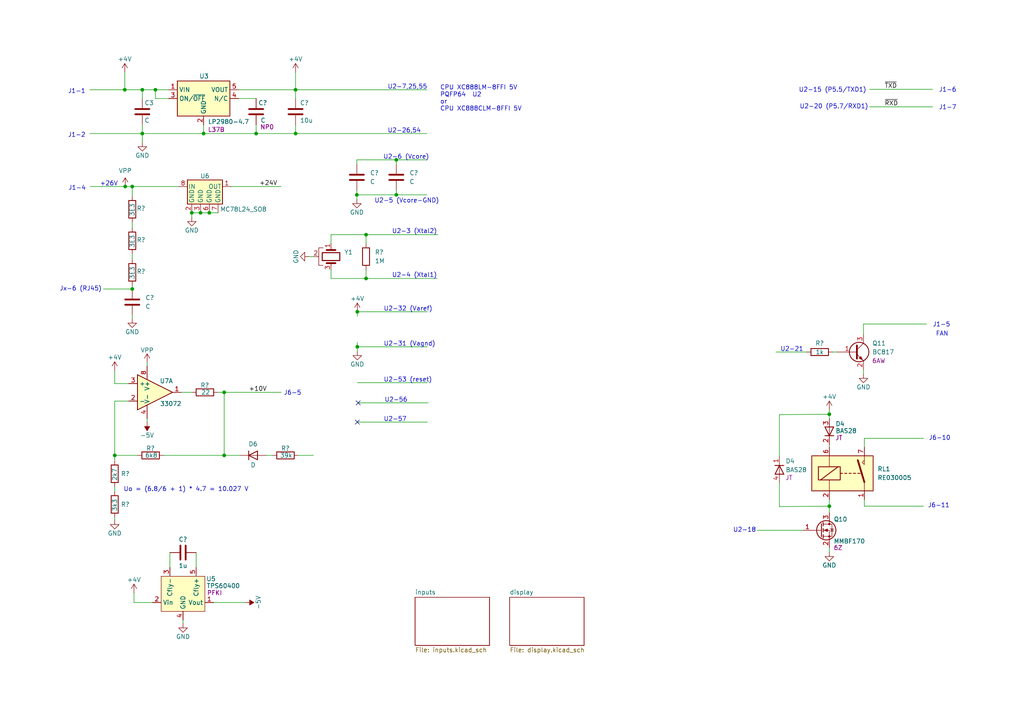
<source format=kicad_sch>
(kicad_sch (version 20211123) (generator eeschema)

  (uuid e63e39d7-6ac0-4ffd-8aa3-1841a4541b55)

  (paper "A4")

  (title_block
    (title "ODE2 CONTROL")
    (date "2024-11-20")
    (rev "ISSUE 12")
    (company "Reverse engineered, design copyright Invertek Drives.com")
    (comment 1 "Power supplies and CPU.")
  )

  (lib_symbols
    (symbol "Device:C" (pin_numbers hide) (pin_names (offset 0.254)) (in_bom yes) (on_board yes)
      (property "Reference" "C" (id 0) (at 0.635 2.54 0)
        (effects (font (size 1.27 1.27)) (justify left))
      )
      (property "Value" "C" (id 1) (at 0.635 -2.54 0)
        (effects (font (size 1.27 1.27)) (justify left))
      )
      (property "Footprint" "" (id 2) (at 0.9652 -3.81 0)
        (effects (font (size 1.27 1.27)) hide)
      )
      (property "Datasheet" "~" (id 3) (at 0 0 0)
        (effects (font (size 1.27 1.27)) hide)
      )
      (property "ki_keywords" "cap capacitor" (id 4) (at 0 0 0)
        (effects (font (size 1.27 1.27)) hide)
      )
      (property "ki_description" "Unpolarized capacitor" (id 5) (at 0 0 0)
        (effects (font (size 1.27 1.27)) hide)
      )
      (property "ki_fp_filters" "C_*" (id 6) (at 0 0 0)
        (effects (font (size 1.27 1.27)) hide)
      )
      (symbol "C_0_1"
        (polyline
          (pts
            (xy -2.032 -0.762)
            (xy 2.032 -0.762)
          )
          (stroke (width 0.508) (type default) (color 0 0 0 0))
          (fill (type none))
        )
        (polyline
          (pts
            (xy -2.032 0.762)
            (xy 2.032 0.762)
          )
          (stroke (width 0.508) (type default) (color 0 0 0 0))
          (fill (type none))
        )
      )
      (symbol "C_1_1"
        (pin passive line (at 0 3.81 270) (length 2.794)
          (name "~" (effects (font (size 1.27 1.27))))
          (number "1" (effects (font (size 1.27 1.27))))
        )
        (pin passive line (at 0 -3.81 90) (length 2.794)
          (name "~" (effects (font (size 1.27 1.27))))
          (number "2" (effects (font (size 1.27 1.27))))
        )
      )
    )
    (symbol "Device:Crystal_GND2" (pin_names (offset 1.016) hide) (in_bom yes) (on_board yes)
      (property "Reference" "Y" (id 0) (at 0 5.715 0)
        (effects (font (size 1.27 1.27)))
      )
      (property "Value" "Crystal_GND2" (id 1) (at 0 3.81 0)
        (effects (font (size 1.27 1.27)))
      )
      (property "Footprint" "" (id 2) (at 0 0 0)
        (effects (font (size 1.27 1.27)) hide)
      )
      (property "Datasheet" "~" (id 3) (at 0 0 0)
        (effects (font (size 1.27 1.27)) hide)
      )
      (property "ki_keywords" "quartz ceramic resonator oscillator" (id 4) (at 0 0 0)
        (effects (font (size 1.27 1.27)) hide)
      )
      (property "ki_description" "Three pin crystal, GND on pin 2" (id 5) (at 0 0 0)
        (effects (font (size 1.27 1.27)) hide)
      )
      (property "ki_fp_filters" "Crystal*" (id 6) (at 0 0 0)
        (effects (font (size 1.27 1.27)) hide)
      )
      (symbol "Crystal_GND2_0_1"
        (rectangle (start -1.143 2.54) (end 1.143 -2.54)
          (stroke (width 0.3048) (type default) (color 0 0 0 0))
          (fill (type none))
        )
        (polyline
          (pts
            (xy -2.54 0)
            (xy -1.905 0)
          )
          (stroke (width 0) (type default) (color 0 0 0 0))
          (fill (type none))
        )
        (polyline
          (pts
            (xy -1.905 -1.27)
            (xy -1.905 1.27)
          )
          (stroke (width 0.508) (type default) (color 0 0 0 0))
          (fill (type none))
        )
        (polyline
          (pts
            (xy 0 -3.81)
            (xy 0 -3.556)
          )
          (stroke (width 0) (type default) (color 0 0 0 0))
          (fill (type none))
        )
        (polyline
          (pts
            (xy 1.905 0)
            (xy 2.54 0)
          )
          (stroke (width 0) (type default) (color 0 0 0 0))
          (fill (type none))
        )
        (polyline
          (pts
            (xy 1.905 1.27)
            (xy 1.905 -1.27)
          )
          (stroke (width 0.508) (type default) (color 0 0 0 0))
          (fill (type none))
        )
        (polyline
          (pts
            (xy -2.54 -2.286)
            (xy -2.54 -3.556)
            (xy 2.54 -3.556)
            (xy 2.54 -2.286)
          )
          (stroke (width 0) (type default) (color 0 0 0 0))
          (fill (type none))
        )
      )
      (symbol "Crystal_GND2_1_1"
        (pin passive line (at -3.81 0 0) (length 1.27)
          (name "1" (effects (font (size 1.27 1.27))))
          (number "1" (effects (font (size 1.27 1.27))))
        )
        (pin passive line (at 0 -5.08 90) (length 1.27)
          (name "2" (effects (font (size 1.27 1.27))))
          (number "2" (effects (font (size 1.27 1.27))))
        )
        (pin passive line (at 3.81 0 180) (length 1.27)
          (name "3" (effects (font (size 1.27 1.27))))
          (number "3" (effects (font (size 1.27 1.27))))
        )
      )
    )
    (symbol "Device:D" (pin_numbers hide) (pin_names (offset 1.016) hide) (in_bom yes) (on_board yes)
      (property "Reference" "D" (id 0) (at 0 2.54 0)
        (effects (font (size 1.27 1.27)))
      )
      (property "Value" "D" (id 1) (at 0 -2.54 0)
        (effects (font (size 1.27 1.27)))
      )
      (property "Footprint" "" (id 2) (at 0 0 0)
        (effects (font (size 1.27 1.27)) hide)
      )
      (property "Datasheet" "~" (id 3) (at 0 0 0)
        (effects (font (size 1.27 1.27)) hide)
      )
      (property "ki_keywords" "diode" (id 4) (at 0 0 0)
        (effects (font (size 1.27 1.27)) hide)
      )
      (property "ki_description" "Diode" (id 5) (at 0 0 0)
        (effects (font (size 1.27 1.27)) hide)
      )
      (property "ki_fp_filters" "TO-???* *_Diode_* *SingleDiode* D_*" (id 6) (at 0 0 0)
        (effects (font (size 1.27 1.27)) hide)
      )
      (symbol "D_0_1"
        (polyline
          (pts
            (xy -1.27 1.27)
            (xy -1.27 -1.27)
          )
          (stroke (width 0.254) (type default) (color 0 0 0 0))
          (fill (type none))
        )
        (polyline
          (pts
            (xy 1.27 0)
            (xy -1.27 0)
          )
          (stroke (width 0) (type default) (color 0 0 0 0))
          (fill (type none))
        )
        (polyline
          (pts
            (xy 1.27 1.27)
            (xy 1.27 -1.27)
            (xy -1.27 0)
            (xy 1.27 1.27)
          )
          (stroke (width 0.254) (type default) (color 0 0 0 0))
          (fill (type none))
        )
      )
      (symbol "D_1_1"
        (pin passive line (at -3.81 0 0) (length 2.54)
          (name "K" (effects (font (size 1.27 1.27))))
          (number "1" (effects (font (size 1.27 1.27))))
        )
        (pin passive line (at 3.81 0 180) (length 2.54)
          (name "A" (effects (font (size 1.27 1.27))))
          (number "2" (effects (font (size 1.27 1.27))))
        )
      )
    )
    (symbol "Device:Opamp_Dual" (in_bom yes) (on_board yes)
      (property "Reference" "U" (id 0) (at 0 5.08 0)
        (effects (font (size 1.27 1.27)) (justify left))
      )
      (property "Value" "Opamp_Dual" (id 1) (at 0 -5.08 0)
        (effects (font (size 1.27 1.27)) (justify left))
      )
      (property "Footprint" "" (id 2) (at 0 0 0)
        (effects (font (size 1.27 1.27)) hide)
      )
      (property "Datasheet" "~" (id 3) (at 0 0 0)
        (effects (font (size 1.27 1.27)) hide)
      )
      (property "ki_locked" "" (id 4) (at 0 0 0)
        (effects (font (size 1.27 1.27)))
      )
      (property "ki_keywords" "dual opamp" (id 5) (at 0 0 0)
        (effects (font (size 1.27 1.27)) hide)
      )
      (property "ki_description" "Dual operational amplifier" (id 6) (at 0 0 0)
        (effects (font (size 1.27 1.27)) hide)
      )
      (property "ki_fp_filters" "SOIC*3.9x4.9mm*P1.27mm* DIP*W7.62mm* MSOP*3x3mm*P0.65mm* SSOP*2.95x2.8mm*P0.65mm* TSSOP*3x3mm*P0.65mm* VSSOP*P0.5mm* TO?99*" (id 7) (at 0 0 0)
        (effects (font (size 1.27 1.27)) hide)
      )
      (symbol "Opamp_Dual_1_1"
        (polyline
          (pts
            (xy -5.08 5.08)
            (xy 5.08 0)
            (xy -5.08 -5.08)
            (xy -5.08 5.08)
          )
          (stroke (width 0.254) (type default) (color 0 0 0 0))
          (fill (type background))
        )
        (pin output line (at 7.62 0 180) (length 2.54)
          (name "~" (effects (font (size 1.27 1.27))))
          (number "1" (effects (font (size 1.27 1.27))))
        )
        (pin input line (at -7.62 -2.54 0) (length 2.54)
          (name "-" (effects (font (size 1.27 1.27))))
          (number "2" (effects (font (size 1.27 1.27))))
        )
        (pin input line (at -7.62 2.54 0) (length 2.54)
          (name "+" (effects (font (size 1.27 1.27))))
          (number "3" (effects (font (size 1.27 1.27))))
        )
      )
      (symbol "Opamp_Dual_2_1"
        (polyline
          (pts
            (xy -5.08 5.08)
            (xy 5.08 0)
            (xy -5.08 -5.08)
            (xy -5.08 5.08)
          )
          (stroke (width 0.254) (type default) (color 0 0 0 0))
          (fill (type background))
        )
        (pin input line (at -7.62 2.54 0) (length 2.54)
          (name "+" (effects (font (size 1.27 1.27))))
          (number "5" (effects (font (size 1.27 1.27))))
        )
        (pin input line (at -7.62 -2.54 0) (length 2.54)
          (name "-" (effects (font (size 1.27 1.27))))
          (number "6" (effects (font (size 1.27 1.27))))
        )
        (pin output line (at 7.62 0 180) (length 2.54)
          (name "~" (effects (font (size 1.27 1.27))))
          (number "7" (effects (font (size 1.27 1.27))))
        )
      )
      (symbol "Opamp_Dual_3_1"
        (pin power_in line (at -2.54 -7.62 90) (length 3.81)
          (name "V-" (effects (font (size 1.27 1.27))))
          (number "4" (effects (font (size 1.27 1.27))))
        )
        (pin power_in line (at -2.54 7.62 270) (length 3.81)
          (name "V+" (effects (font (size 1.27 1.27))))
          (number "8" (effects (font (size 1.27 1.27))))
        )
      )
    )
    (symbol "Device:R" (pin_numbers hide) (pin_names (offset 0)) (in_bom yes) (on_board yes)
      (property "Reference" "R" (id 0) (at 2.032 0 90)
        (effects (font (size 1.27 1.27)))
      )
      (property "Value" "R" (id 1) (at 0 0 90)
        (effects (font (size 1.27 1.27)))
      )
      (property "Footprint" "" (id 2) (at -1.778 0 90)
        (effects (font (size 1.27 1.27)) hide)
      )
      (property "Datasheet" "~" (id 3) (at 0 0 0)
        (effects (font (size 1.27 1.27)) hide)
      )
      (property "ki_keywords" "R res resistor" (id 4) (at 0 0 0)
        (effects (font (size 1.27 1.27)) hide)
      )
      (property "ki_description" "Resistor" (id 5) (at 0 0 0)
        (effects (font (size 1.27 1.27)) hide)
      )
      (property "ki_fp_filters" "R_*" (id 6) (at 0 0 0)
        (effects (font (size 1.27 1.27)) hide)
      )
      (symbol "R_0_1"
        (rectangle (start -1.016 -2.54) (end 1.016 2.54)
          (stroke (width 0.254) (type default) (color 0 0 0 0))
          (fill (type none))
        )
      )
      (symbol "R_1_1"
        (pin passive line (at 0 3.81 270) (length 1.27)
          (name "~" (effects (font (size 1.27 1.27))))
          (number "1" (effects (font (size 1.27 1.27))))
        )
        (pin passive line (at 0 -3.81 90) (length 1.27)
          (name "~" (effects (font (size 1.27 1.27))))
          (number "2" (effects (font (size 1.27 1.27))))
        )
      )
    )
    (symbol "Relay:DIPxx-1Axx-11x" (in_bom yes) (on_board yes)
      (property "Reference" "K" (id 0) (at 8.89 3.81 0)
        (effects (font (size 1.27 1.27)) (justify left))
      )
      (property "Value" "DIPxx-1Axx-11x" (id 1) (at 8.89 1.27 0)
        (effects (font (size 1.27 1.27)) (justify left))
      )
      (property "Footprint" "Relay_THT:Relay_StandexMeder_DIP_LowProfile" (id 2) (at 8.89 -1.27 0)
        (effects (font (size 1.27 1.27)) (justify left) hide)
      )
      (property "Datasheet" "https://standexelectronics.com/wp-content/uploads/datasheet_reed_relay_DIP.pdf" (id 3) (at 0 0 0)
        (effects (font (size 1.27 1.27)) hide)
      )
      (property "ki_keywords" "Single Pole Reed Relay SPST" (id 4) (at 0 0 0)
        (effects (font (size 1.27 1.27)) hide)
      )
      (property "ki_description" "Standex Meder DIP reed relay, SPST, Closing Contact" (id 5) (at 0 0 0)
        (effects (font (size 1.27 1.27)) hide)
      )
      (property "ki_fp_filters" "Relay*StandexMeder*DIP*LowProfile*" (id 6) (at 0 0 0)
        (effects (font (size 1.27 1.27)) hide)
      )
      (symbol "DIPxx-1Axx-11x_0_0"
        (polyline
          (pts
            (xy 5.08 5.08)
            (xy 5.08 2.54)
            (xy 4.445 3.175)
            (xy 5.08 3.81)
          )
          (stroke (width 0) (type default) (color 0 0 0 0))
          (fill (type none))
        )
      )
      (symbol "DIPxx-1Axx-11x_0_1"
        (rectangle (start -10.16 5.08) (end 7.62 -5.08)
          (stroke (width 0.254) (type default) (color 0 0 0 0))
          (fill (type background))
        )
        (rectangle (start -8.255 1.905) (end -1.905 -1.905)
          (stroke (width 0.254) (type default) (color 0 0 0 0))
          (fill (type none))
        )
        (polyline
          (pts
            (xy -7.62 -1.905)
            (xy -2.54 1.905)
          )
          (stroke (width 0.254) (type default) (color 0 0 0 0))
          (fill (type none))
        )
        (polyline
          (pts
            (xy -5.08 -5.08)
            (xy -5.08 -1.905)
          )
          (stroke (width 0) (type default) (color 0 0 0 0))
          (fill (type none))
        )
        (polyline
          (pts
            (xy -5.08 5.08)
            (xy -5.08 1.905)
          )
          (stroke (width 0) (type default) (color 0 0 0 0))
          (fill (type none))
        )
        (polyline
          (pts
            (xy -1.905 0)
            (xy -1.27 0)
          )
          (stroke (width 0.254) (type default) (color 0 0 0 0))
          (fill (type none))
        )
        (polyline
          (pts
            (xy -0.635 0)
            (xy 0 0)
          )
          (stroke (width 0.254) (type default) (color 0 0 0 0))
          (fill (type none))
        )
        (polyline
          (pts
            (xy 0.635 0)
            (xy 1.27 0)
          )
          (stroke (width 0.254) (type default) (color 0 0 0 0))
          (fill (type none))
        )
        (polyline
          (pts
            (xy 1.905 0)
            (xy 2.54 0)
          )
          (stroke (width 0.254) (type default) (color 0 0 0 0))
          (fill (type none))
        )
        (polyline
          (pts
            (xy 3.175 0)
            (xy 3.81 0)
          )
          (stroke (width 0.254) (type default) (color 0 0 0 0))
          (fill (type none))
        )
        (polyline
          (pts
            (xy 5.08 -2.54)
            (xy 3.175 3.81)
          )
          (stroke (width 0.508) (type default) (color 0 0 0 0))
          (fill (type none))
        )
        (polyline
          (pts
            (xy 5.08 -2.54)
            (xy 5.08 -5.08)
          )
          (stroke (width 0) (type default) (color 0 0 0 0))
          (fill (type none))
        )
      )
      (symbol "DIPxx-1Axx-11x_1_1"
        (pin passive line (at 5.08 -7.62 90) (length 2.54)
          (name "~" (effects (font (size 1.27 1.27))))
          (number "1" (effects (font (size 1.27 1.27))))
        )
        (pin passive line (at 5.08 -7.62 90) (length 2.54) hide
          (name "~" (effects (font (size 1.27 1.27))))
          (number "14" (effects (font (size 1.27 1.27))))
        )
        (pin passive line (at -5.08 -7.62 90) (length 2.54)
          (name "~" (effects (font (size 1.27 1.27))))
          (number "2" (effects (font (size 1.27 1.27))))
        )
        (pin passive line (at -5.08 7.62 270) (length 2.54)
          (name "~" (effects (font (size 1.27 1.27))))
          (number "6" (effects (font (size 1.27 1.27))))
        )
        (pin passive line (at 5.08 7.62 270) (length 2.54)
          (name "~" (effects (font (size 1.27 1.27))))
          (number "7" (effects (font (size 1.27 1.27))))
        )
        (pin passive line (at 5.08 7.62 270) (length 2.54) hide
          (name "~" (effects (font (size 1.27 1.27))))
          (number "8" (effects (font (size 1.27 1.27))))
        )
      )
    )
    (symbol "Transistor_BJT:BC817" (pin_names (offset 0) hide) (in_bom yes) (on_board yes)
      (property "Reference" "Q" (id 0) (at 5.08 1.905 0)
        (effects (font (size 1.27 1.27)) (justify left))
      )
      (property "Value" "BC817" (id 1) (at 5.08 0 0)
        (effects (font (size 1.27 1.27)) (justify left))
      )
      (property "Footprint" "Package_TO_SOT_SMD:SOT-23" (id 2) (at 5.08 -1.905 0)
        (effects (font (size 1.27 1.27) italic) (justify left) hide)
      )
      (property "Datasheet" "https://www.onsemi.com/pub/Collateral/BC818-D.pdf" (id 3) (at 0 0 0)
        (effects (font (size 1.27 1.27)) (justify left) hide)
      )
      (property "ki_keywords" "NPN Transistor" (id 4) (at 0 0 0)
        (effects (font (size 1.27 1.27)) hide)
      )
      (property "ki_description" "0.8A Ic, 45V Vce, NPN Transistor, SOT-23" (id 5) (at 0 0 0)
        (effects (font (size 1.27 1.27)) hide)
      )
      (property "ki_fp_filters" "SOT?23*" (id 6) (at 0 0 0)
        (effects (font (size 1.27 1.27)) hide)
      )
      (symbol "BC817_0_1"
        (polyline
          (pts
            (xy 0.635 0.635)
            (xy 2.54 2.54)
          )
          (stroke (width 0) (type default) (color 0 0 0 0))
          (fill (type none))
        )
        (polyline
          (pts
            (xy 0.635 -0.635)
            (xy 2.54 -2.54)
            (xy 2.54 -2.54)
          )
          (stroke (width 0) (type default) (color 0 0 0 0))
          (fill (type none))
        )
        (polyline
          (pts
            (xy 0.635 1.905)
            (xy 0.635 -1.905)
            (xy 0.635 -1.905)
          )
          (stroke (width 0.508) (type default) (color 0 0 0 0))
          (fill (type none))
        )
        (polyline
          (pts
            (xy 1.27 -1.778)
            (xy 1.778 -1.27)
            (xy 2.286 -2.286)
            (xy 1.27 -1.778)
            (xy 1.27 -1.778)
          )
          (stroke (width 0) (type default) (color 0 0 0 0))
          (fill (type outline))
        )
        (circle (center 1.27 0) (radius 2.8194)
          (stroke (width 0.254) (type default) (color 0 0 0 0))
          (fill (type none))
        )
      )
      (symbol "BC817_1_1"
        (pin input line (at -5.08 0 0) (length 5.715)
          (name "B" (effects (font (size 1.27 1.27))))
          (number "1" (effects (font (size 1.27 1.27))))
        )
        (pin passive line (at 2.54 -5.08 90) (length 2.54)
          (name "E" (effects (font (size 1.27 1.27))))
          (number "2" (effects (font (size 1.27 1.27))))
        )
        (pin passive line (at 2.54 5.08 270) (length 2.54)
          (name "C" (effects (font (size 1.27 1.27))))
          (number "3" (effects (font (size 1.27 1.27))))
        )
      )
    )
    (symbol "Transistor_FET:MMBF170" (pin_names hide) (in_bom yes) (on_board yes)
      (property "Reference" "Q" (id 0) (at 5.08 1.905 0)
        (effects (font (size 1.27 1.27)) (justify left))
      )
      (property "Value" "MMBF170" (id 1) (at 5.08 0 0)
        (effects (font (size 1.27 1.27)) (justify left))
      )
      (property "Footprint" "Package_TO_SOT_SMD:SOT-23" (id 2) (at 5.08 -1.905 0)
        (effects (font (size 1.27 1.27) italic) (justify left) hide)
      )
      (property "Datasheet" "https://www.diodes.com/assets/Datasheets/ds30104.pdf" (id 3) (at 0 0 0)
        (effects (font (size 1.27 1.27)) (justify left) hide)
      )
      (property "ki_keywords" "N-Channel MOSFET" (id 4) (at 0 0 0)
        (effects (font (size 1.27 1.27)) hide)
      )
      (property "ki_description" "0.5A Id, 60V Vds, N-Channel MOSFET, SOT-23" (id 5) (at 0 0 0)
        (effects (font (size 1.27 1.27)) hide)
      )
      (property "ki_fp_filters" "SOT?23*" (id 6) (at 0 0 0)
        (effects (font (size 1.27 1.27)) hide)
      )
      (symbol "MMBF170_0_1"
        (polyline
          (pts
            (xy 0.254 0)
            (xy -2.54 0)
          )
          (stroke (width 0) (type default) (color 0 0 0 0))
          (fill (type none))
        )
        (polyline
          (pts
            (xy 0.254 1.905)
            (xy 0.254 -1.905)
          )
          (stroke (width 0.254) (type default) (color 0 0 0 0))
          (fill (type none))
        )
        (polyline
          (pts
            (xy 0.762 -1.27)
            (xy 0.762 -2.286)
          )
          (stroke (width 0.254) (type default) (color 0 0 0 0))
          (fill (type none))
        )
        (polyline
          (pts
            (xy 0.762 0.508)
            (xy 0.762 -0.508)
          )
          (stroke (width 0.254) (type default) (color 0 0 0 0))
          (fill (type none))
        )
        (polyline
          (pts
            (xy 0.762 2.286)
            (xy 0.762 1.27)
          )
          (stroke (width 0.254) (type default) (color 0 0 0 0))
          (fill (type none))
        )
        (polyline
          (pts
            (xy 2.54 2.54)
            (xy 2.54 1.778)
          )
          (stroke (width 0) (type default) (color 0 0 0 0))
          (fill (type none))
        )
        (polyline
          (pts
            (xy 2.54 -2.54)
            (xy 2.54 0)
            (xy 0.762 0)
          )
          (stroke (width 0) (type default) (color 0 0 0 0))
          (fill (type none))
        )
        (polyline
          (pts
            (xy 0.762 -1.778)
            (xy 3.302 -1.778)
            (xy 3.302 1.778)
            (xy 0.762 1.778)
          )
          (stroke (width 0) (type default) (color 0 0 0 0))
          (fill (type none))
        )
        (polyline
          (pts
            (xy 1.016 0)
            (xy 2.032 0.381)
            (xy 2.032 -0.381)
            (xy 1.016 0)
          )
          (stroke (width 0) (type default) (color 0 0 0 0))
          (fill (type outline))
        )
        (polyline
          (pts
            (xy 2.794 0.508)
            (xy 2.921 0.381)
            (xy 3.683 0.381)
            (xy 3.81 0.254)
          )
          (stroke (width 0) (type default) (color 0 0 0 0))
          (fill (type none))
        )
        (polyline
          (pts
            (xy 3.302 0.381)
            (xy 2.921 -0.254)
            (xy 3.683 -0.254)
            (xy 3.302 0.381)
          )
          (stroke (width 0) (type default) (color 0 0 0 0))
          (fill (type none))
        )
        (circle (center 1.651 0) (radius 2.794)
          (stroke (width 0.254) (type default) (color 0 0 0 0))
          (fill (type none))
        )
        (circle (center 2.54 -1.778) (radius 0.254)
          (stroke (width 0) (type default) (color 0 0 0 0))
          (fill (type outline))
        )
        (circle (center 2.54 1.778) (radius 0.254)
          (stroke (width 0) (type default) (color 0 0 0 0))
          (fill (type outline))
        )
      )
      (symbol "MMBF170_1_1"
        (pin input line (at -5.08 0 0) (length 2.54)
          (name "G" (effects (font (size 1.27 1.27))))
          (number "1" (effects (font (size 1.27 1.27))))
        )
        (pin passive line (at 2.54 -5.08 90) (length 2.54)
          (name "S" (effects (font (size 1.27 1.27))))
          (number "2" (effects (font (size 1.27 1.27))))
        )
        (pin passive line (at 2.54 5.08 270) (length 2.54)
          (name "D" (effects (font (size 1.27 1.27))))
          (number "3" (effects (font (size 1.27 1.27))))
        )
      )
    )
    (symbol "power:-5V" (power) (pin_names (offset 0)) (in_bom yes) (on_board yes)
      (property "Reference" "#PWR" (id 0) (at 0 2.54 0)
        (effects (font (size 1.27 1.27)) hide)
      )
      (property "Value" "-5V" (id 1) (at 0 3.81 0)
        (effects (font (size 1.27 1.27)))
      )
      (property "Footprint" "" (id 2) (at 0 0 0)
        (effects (font (size 1.27 1.27)) hide)
      )
      (property "Datasheet" "" (id 3) (at 0 0 0)
        (effects (font (size 1.27 1.27)) hide)
      )
      (property "ki_keywords" "global power" (id 4) (at 0 0 0)
        (effects (font (size 1.27 1.27)) hide)
      )
      (property "ki_description" "Power symbol creates a global label with name \"-5V\"" (id 5) (at 0 0 0)
        (effects (font (size 1.27 1.27)) hide)
      )
      (symbol "-5V_0_0"
        (pin power_in line (at 0 0 90) (length 0) hide
          (name "-5V" (effects (font (size 1.27 1.27))))
          (number "1" (effects (font (size 1.27 1.27))))
        )
      )
      (symbol "-5V_0_1"
        (polyline
          (pts
            (xy 0 0)
            (xy 0 1.27)
            (xy 0.762 1.27)
            (xy 0 2.54)
            (xy -0.762 1.27)
            (xy 0 1.27)
          )
          (stroke (width 0) (type default) (color 0 0 0 0))
          (fill (type outline))
        )
      )
    )
    (symbol "power:GND" (power) (pin_names (offset 0)) (in_bom yes) (on_board yes)
      (property "Reference" "#PWR" (id 0) (at 0 -6.35 0)
        (effects (font (size 1.27 1.27)) hide)
      )
      (property "Value" "GND" (id 1) (at 0 -3.81 0)
        (effects (font (size 1.27 1.27)))
      )
      (property "Footprint" "" (id 2) (at 0 0 0)
        (effects (font (size 1.27 1.27)) hide)
      )
      (property "Datasheet" "" (id 3) (at 0 0 0)
        (effects (font (size 1.27 1.27)) hide)
      )
      (property "ki_keywords" "power-flag" (id 4) (at 0 0 0)
        (effects (font (size 1.27 1.27)) hide)
      )
      (property "ki_description" "Power symbol creates a global label with name \"GND\" , ground" (id 5) (at 0 0 0)
        (effects (font (size 1.27 1.27)) hide)
      )
      (symbol "GND_0_1"
        (polyline
          (pts
            (xy 0 0)
            (xy 0 -1.27)
            (xy 1.27 -1.27)
            (xy 0 -2.54)
            (xy -1.27 -1.27)
            (xy 0 -1.27)
          )
          (stroke (width 0) (type default) (color 0 0 0 0))
          (fill (type none))
        )
      )
      (symbol "GND_1_1"
        (pin power_in line (at 0 0 270) (length 0) hide
          (name "GND" (effects (font (size 1.27 1.27))))
          (number "1" (effects (font (size 1.27 1.27))))
        )
      )
    )
    (symbol "power:VPP" (power) (pin_names (offset 0)) (in_bom yes) (on_board yes)
      (property "Reference" "#PWR" (id 0) (at 0 -3.81 0)
        (effects (font (size 1.27 1.27)) hide)
      )
      (property "Value" "VPP" (id 1) (at 0 3.81 0)
        (effects (font (size 1.27 1.27)))
      )
      (property "Footprint" "" (id 2) (at 0 0 0)
        (effects (font (size 1.27 1.27)) hide)
      )
      (property "Datasheet" "" (id 3) (at 0 0 0)
        (effects (font (size 1.27 1.27)) hide)
      )
      (property "ki_keywords" "global power" (id 4) (at 0 0 0)
        (effects (font (size 1.27 1.27)) hide)
      )
      (property "ki_description" "Power symbol creates a global label with name \"VPP\"" (id 5) (at 0 0 0)
        (effects (font (size 1.27 1.27)) hide)
      )
      (symbol "VPP_0_1"
        (polyline
          (pts
            (xy -0.762 1.27)
            (xy 0 2.54)
          )
          (stroke (width 0) (type default) (color 0 0 0 0))
          (fill (type none))
        )
        (polyline
          (pts
            (xy 0 0)
            (xy 0 2.54)
          )
          (stroke (width 0) (type default) (color 0 0 0 0))
          (fill (type none))
        )
        (polyline
          (pts
            (xy 0 2.54)
            (xy 0.762 1.27)
          )
          (stroke (width 0) (type default) (color 0 0 0 0))
          (fill (type none))
        )
      )
      (symbol "VPP_1_1"
        (pin power_in line (at 0 0 90) (length 0) hide
          (name "VPP" (effects (font (size 1.27 1.27))))
          (number "1" (effects (font (size 1.27 1.27))))
        )
      )
    )
    (symbol "private:+4V7" (power) (pin_names (offset 0)) (in_bom yes) (on_board yes)
      (property "Reference" "#PWR" (id 0) (at 0 -3.81 0)
        (effects (font (size 1.27 1.27)) hide)
      )
      (property "Value" "+4V7" (id 1) (at 0 3.556 0)
        (effects (font (size 1.27 1.27)))
      )
      (property "Footprint" "" (id 2) (at 0 0 0)
        (effects (font (size 1.27 1.27)) hide)
      )
      (property "Datasheet" "" (id 3) (at 0 0 0)
        (effects (font (size 1.27 1.27)) hide)
      )
      (property "ki_keywords" "power-flag" (id 4) (at 0 0 0)
        (effects (font (size 1.27 1.27)) hide)
      )
      (property "ki_description" "Power symbol creates a global label with name \"+4V\"" (id 5) (at 0 0 0)
        (effects (font (size 1.27 1.27)) hide)
      )
      (symbol "+4V7_0_1"
        (polyline
          (pts
            (xy -0.762 1.27)
            (xy 0 2.54)
          )
          (stroke (width 0) (type default) (color 0 0 0 0))
          (fill (type none))
        )
        (polyline
          (pts
            (xy 0 0)
            (xy 0 2.54)
          )
          (stroke (width 0) (type default) (color 0 0 0 0))
          (fill (type none))
        )
        (polyline
          (pts
            (xy 0 2.54)
            (xy 0.762 1.27)
          )
          (stroke (width 0) (type default) (color 0 0 0 0))
          (fill (type none))
        )
      )
      (symbol "+4V7_1_1"
        (pin power_in line (at 0 0 90) (length 0) hide
          (name "+4V" (effects (font (size 1.27 1.27))))
          (number "1" (effects (font (size 1.27 1.27))))
        )
      )
    )
    (symbol "private:+5V2" (power) (pin_names (offset 0)) (in_bom yes) (on_board yes)
      (property "Reference" "#PWR" (id 0) (at 0 -3.81 0)
        (effects (font (size 1.27 1.27)) hide)
      )
      (property "Value" "+5V2" (id 1) (at 0 3.556 0)
        (effects (font (size 1.27 1.27)))
      )
      (property "Footprint" "" (id 2) (at 0 0 0)
        (effects (font (size 1.27 1.27)) hide)
      )
      (property "Datasheet" "" (id 3) (at 0 0 0)
        (effects (font (size 1.27 1.27)) hide)
      )
      (property "ki_keywords" "power-flag" (id 4) (at 0 0 0)
        (effects (font (size 1.27 1.27)) hide)
      )
      (property "ki_description" "Power symbol creates a global label with name \"+4V\"" (id 5) (at 0 0 0)
        (effects (font (size 1.27 1.27)) hide)
      )
      (symbol "+5V2_0_1"
        (polyline
          (pts
            (xy -0.762 1.27)
            (xy 0 2.54)
          )
          (stroke (width 0) (type default) (color 0 0 0 0))
          (fill (type none))
        )
        (polyline
          (pts
            (xy 0 0)
            (xy 0 2.54)
          )
          (stroke (width 0) (type default) (color 0 0 0 0))
          (fill (type none))
        )
        (polyline
          (pts
            (xy 0 2.54)
            (xy 0.762 1.27)
          )
          (stroke (width 0) (type default) (color 0 0 0 0))
          (fill (type none))
        )
      )
      (symbol "+5V2_1_1"
        (pin power_in line (at 0 0 90) (length 0) hide
          (name "+4V" (effects (font (size 1.27 1.27))))
          (number "1" (effects (font (size 1.27 1.27))))
        )
      )
    )
    (symbol "private:BAS28a" (in_bom yes) (on_board yes)
      (property "Reference" "D" (id 0) (at 0 3.302 0)
        (effects (font (size 1.27 1.27)))
      )
      (property "Value" "BAS28a" (id 1) (at 0 -2.413 0)
        (effects (font (size 1.27 1.27)))
      )
      (property "Footprint" "" (id 2) (at 0 0 0)
        (effects (font (size 1.27 1.27)) hide)
      )
      (property "Datasheet" "" (id 3) (at 0 0 0)
        (effects (font (size 1.27 1.27)) hide)
      )
      (symbol "BAS28a_0_1"
        (polyline
          (pts
            (xy -1.143 1.27)
            (xy -1.143 -1.27)
          )
          (stroke (width 0.254) (type default) (color 0 0 0 0))
          (fill (type none))
        )
        (polyline
          (pts
            (xy 1.27 0)
            (xy -1.143 0)
          )
          (stroke (width 0) (type default) (color 0 0 0 0))
          (fill (type none))
        )
        (polyline
          (pts
            (xy 1.397 1.27)
            (xy 1.397 -1.27)
            (xy -1.143 0)
            (xy 1.397 1.27)
          )
          (stroke (width 0.254) (type default) (color 0 0 0 0))
          (fill (type none))
        )
      )
      (symbol "BAS28a_1_1"
        (pin passive line (at -3.81 0 0) (length 2.54)
          (name "" (effects (font (size 1.27 1.27))))
          (number "1" (effects (font (size 1.27 1.27))))
        )
        (pin passive line (at 3.81 0 180) (length 2.54)
          (name "" (effects (font (size 1.27 1.27))))
          (number "4" (effects (font (size 1.27 1.27))))
        )
      )
    )
    (symbol "private:BAS28b" (in_bom yes) (on_board yes)
      (property "Reference" "D" (id 0) (at 0 3.302 0)
        (effects (font (size 1.27 1.27)))
      )
      (property "Value" "BAS28b" (id 1) (at 0 -2.413 0)
        (effects (font (size 1.27 1.27)))
      )
      (property "Footprint" "" (id 2) (at 0 0 0)
        (effects (font (size 1.27 1.27)) hide)
      )
      (property "Datasheet" "" (id 3) (at 0 0 0)
        (effects (font (size 1.27 1.27)) hide)
      )
      (symbol "BAS28b_0_1"
        (polyline
          (pts
            (xy -1.143 1.27)
            (xy -1.143 -1.27)
          )
          (stroke (width 0.254) (type default) (color 0 0 0 0))
          (fill (type none))
        )
        (polyline
          (pts
            (xy 1.27 0)
            (xy -1.143 0)
          )
          (stroke (width 0) (type default) (color 0 0 0 0))
          (fill (type none))
        )
        (polyline
          (pts
            (xy 1.397 1.27)
            (xy 1.397 -1.27)
            (xy -1.143 0)
            (xy 1.397 1.27)
          )
          (stroke (width 0.254) (type default) (color 0 0 0 0))
          (fill (type none))
        )
      )
      (symbol "BAS28b_1_1"
        (pin passive line (at -3.81 0 0) (length 2.54)
          (name "" (effects (font (size 1.27 1.27))))
          (number "2" (effects (font (size 1.27 1.27))))
        )
        (pin passive line (at 3.81 0 180) (length 2.54)
          (name "" (effects (font (size 1.27 1.27))))
          (number "3" (effects (font (size 1.27 1.27))))
        )
      )
    )
    (symbol "private:LP2980-4.7" (in_bom yes) (on_board yes)
      (property "Reference" "U" (id 0) (at 0 10.16 0)
        (effects (font (size 1.27 1.27)))
      )
      (property "Value" "LP2980-4.7" (id 1) (at 0 7.62 0)
        (effects (font (size 1.27 1.27)))
      )
      (property "Footprint" "Package_TO_SOT_SMD:SOT-23-5" (id 2) (at 0 12.7 0)
        (effects (font (size 1.27 1.27)) hide)
      )
      (property "Datasheet" "https://www.ti.com/lit/gpn/LP2980-N" (id 3) (at 0 7.62 0)
        (effects (font (size 1.27 1.27)) hide)
      )
      (property "ki_keywords" "LDO Voltage Regulator 50mA Positive" (id 4) (at 0 0 0)
        (effects (font (size 1.27 1.27)) hide)
      )
      (property "ki_description" "50mA 15V Low-noise Low-dropout Regulator, 1.23-15V adjustable output voltage, SOT-23-5" (id 5) (at 0 0 0)
        (effects (font (size 1.27 1.27)) hide)
      )
      (property "ki_fp_filters" "SOT?23*" (id 6) (at 0 0 0)
        (effects (font (size 1.27 1.27)) hide)
      )
      (symbol "LP2980-4.7_0_1"
        (rectangle (start -7.62 5.08) (end 7.62 -5.08)
          (stroke (width 0.254) (type default) (color 0 0 0 0))
          (fill (type background))
        )
      )
      (symbol "LP2980-4.7_1_1"
        (pin power_in line (at -10.16 2.54 0) (length 2.54)
          (name "VIN" (effects (font (size 1.27 1.27))))
          (number "1" (effects (font (size 1.27 1.27))))
        )
        (pin power_in line (at 0 -7.62 90) (length 2.54)
          (name "GND" (effects (font (size 1.27 1.27))))
          (number "2" (effects (font (size 1.27 1.27))))
        )
        (pin input line (at -10.16 0 0) (length 2.54)
          (name "ON/~{OFF}" (effects (font (size 1.27 1.27))))
          (number "3" (effects (font (size 1.27 1.27))))
        )
        (pin passive line (at 10.16 0 180) (length 2.54)
          (name "N/C" (effects (font (size 1.27 1.27))))
          (number "4" (effects (font (size 1.27 1.27))))
        )
        (pin power_out line (at 10.16 2.54 180) (length 2.54)
          (name "VOUT" (effects (font (size 1.27 1.27))))
          (number "5" (effects (font (size 1.27 1.27))))
        )
      )
    )
    (symbol "private:MC78L24_SO8_FP" (pin_names (offset 0.254)) (in_bom yes) (on_board yes)
      (property "Reference" "U" (id 0) (at -3.81 3.175 0)
        (effects (font (size 1.27 1.27)))
      )
      (property "Value" "MC78L24_SO8_FP" (id 1) (at 0 3.175 0)
        (effects (font (size 1.27 1.27)) (justify left))
      )
      (property "Footprint" "Package_SO:SOIC-8_3.9x4.9mm_P1.27mm" (id 2) (at 2.54 5.08 0)
        (effects (font (size 1.27 1.27) italic) hide)
      )
      (property "Datasheet" "https://www.onsemi.com/pub/Collateral/MC78L00A-D.PDF" (id 3) (at 5.08 0 0)
        (effects (font (size 1.27 1.27)) hide)
      )
      (property "ki_keywords" "Voltage Regulator 100mA Positive" (id 4) (at 0 0 0)
        (effects (font (size 1.27 1.27)) hide)
      )
      (property "ki_description" "Positive 100mA 30V Linear Regulator, Fixed Output 5V, SO-8" (id 5) (at 0 0 0)
        (effects (font (size 1.27 1.27)) hide)
      )
      (property "ki_fp_filters" "SOIC*3.9x4.9mm*P1.27mm*" (id 6) (at 0 0 0)
        (effects (font (size 1.27 1.27)) hide)
      )
      (symbol "MC78L24_SO8_FP_0_1"
        (rectangle (start -5.08 1.905) (end 5.08 -5.08)
          (stroke (width 0.254) (type default) (color 0 0 0 0))
          (fill (type background))
        )
      )
      (symbol "MC78L24_SO8_FP_1_1"
        (pin power_out line (at 7.62 0 180) (length 2.54)
          (name "OUT" (effects (font (size 1.27 1.27))))
          (number "1" (effects (font (size 1.27 1.27))))
        )
        (pin power_in line (at -3.81 -7.62 90) (length 2.54)
          (name "GND" (effects (font (size 1.27 1.27))))
          (number "2" (effects (font (size 1.27 1.27))))
        )
        (pin power_in line (at -1.27 -7.62 90) (length 2.54)
          (name "GND" (effects (font (size 1.27 1.27))))
          (number "3" (effects (font (size 1.27 1.27))))
        )
        (pin no_connect line (at -5.08 -2.54 0) (length 2.54) hide
          (name "NC" (effects (font (size 1.27 1.27))))
          (number "4" (effects (font (size 1.27 1.27))))
        )
        (pin no_connect line (at 5.08 -2.54 180) (length 2.54) hide
          (name "NC" (effects (font (size 1.27 1.27))))
          (number "5" (effects (font (size 1.27 1.27))))
        )
        (pin power_in line (at 1.27 -7.62 90) (length 2.54)
          (name "GND" (effects (font (size 1.27 1.27))))
          (number "6" (effects (font (size 1.27 1.27))))
        )
        (pin power_in line (at 3.81 -7.62 90) (length 2.54)
          (name "GND" (effects (font (size 1.27 1.27))))
          (number "7" (effects (font (size 1.27 1.27))))
        )
        (pin power_in line (at -7.62 0 0) (length 2.54)
          (name "IN" (effects (font (size 1.27 1.27))))
          (number "8" (effects (font (size 1.27 1.27))))
        )
      )
    )
    (symbol "private:TPS60400" (in_bom yes) (on_board yes)
      (property "Reference" "U" (id 0) (at 7.62 3.81 0)
        (effects (font (size 1.27 1.27)))
      )
      (property "Value" "TPS60400" (id 1) (at 12.065 0.635 0)
        (effects (font (size 1.27 1.27)))
      )
      (property "Footprint" "" (id 2) (at 0 0 0)
        (effects (font (size 1.27 1.27)) hide)
      )
      (property "Datasheet" "" (id 3) (at 0 0 0)
        (effects (font (size 1.27 1.27)) hide)
      )
      (symbol "TPS60400_0_1"
        (rectangle (start -6.35 5.08) (end 6.35 -5.08)
          (stroke (width 0) (type default) (color 0 0 0 0))
          (fill (type background))
        )
      )
      (symbol "TPS60400_1_1"
        (pin power_out line (at 8.89 -2.54 180) (length 2.54)
          (name "Vout" (effects (font (size 1.27 1.27))))
          (number "1" (effects (font (size 1.27 1.27))))
        )
        (pin power_in line (at -8.89 -2.54 0) (length 2.54)
          (name "Vin" (effects (font (size 1.27 1.27))))
          (number "2" (effects (font (size 1.27 1.27))))
        )
        (pin power_in line (at -3.81 7.62 270) (length 2.54)
          (name "Cfly-" (effects (font (size 1.27 1.27))))
          (number "3" (effects (font (size 1.27 1.27))))
        )
        (pin power_in line (at 0 -7.62 90) (length 2.54)
          (name "GND" (effects (font (size 1.27 1.27))))
          (number "4" (effects (font (size 1.27 1.27))))
        )
        (pin power_out line (at 3.81 7.62 270) (length 2.54)
          (name "Cfly+" (effects (font (size 1.27 1.27))))
          (number "5" (effects (font (size 1.27 1.27))))
        )
      )
    )
  )

  (junction (at 60.706 61.722) (diameter 0) (color 0 0 0 0)
    (uuid 0979ac2a-5b93-4bb5-bd51-79ec19211fd3)
  )
  (junction (at 240.538 120.142) (diameter 0) (color 0 0 0 0)
    (uuid 0ca88edc-b947-48c0-b552-213e6d94d07f)
  )
  (junction (at 33.274 132.08) (diameter 0) (color 0 0 0 0)
    (uuid 0e9c98e0-dc7b-4685-9034-85d8e2e07903)
  )
  (junction (at 240.538 146.812) (diameter 0) (color 0 0 0 0)
    (uuid 294732a8-0af3-410d-8e27-2b3e4d61e4f6)
  )
  (junction (at 45.085 26.035) (diameter 0) (color 0 0 0 0)
    (uuid 45ebd630-43a3-48ef-9287-8c71c6ad50c2)
  )
  (junction (at 38.354 83.82) (diameter 0) (color 0 0 0 0)
    (uuid 526fe9f0-419d-43b8-8702-54a0e14e5675)
  )
  (junction (at 114.935 56.515) (diameter 0) (color 0 0 0 0)
    (uuid 76017ce1-727d-469c-bebc-c37b57351166)
  )
  (junction (at 41.275 26.035) (diameter 0) (color 0 0 0 0)
    (uuid 8c27fdec-6047-4184-95ce-687f78af8475)
  )
  (junction (at 36.322 54.102) (diameter 0) (color 0 0 0 0)
    (uuid 95557c58-40a3-44b3-afed-1bbe8e24da98)
  )
  (junction (at 103.505 56.515) (diameter 0) (color 0 0 0 0)
    (uuid 95d832e6-138e-4ffb-9796-9f29d6d82b0b)
  )
  (junction (at 106.172 68.072) (diameter 0) (color 0 0 0 0)
    (uuid 9639ced5-67e2-4b85-a50a-0763c2bc1705)
  )
  (junction (at 55.626 61.722) (diameter 0) (color 0 0 0 0)
    (uuid 9a5f6f85-75e1-4b98-ad50-6f19225e48b0)
  )
  (junction (at 85.725 26.035) (diameter 0) (color 0 0 0 0)
    (uuid 9aa38e64-ef55-4fa4-854f-7bb8f5ff4dfc)
  )
  (junction (at 59.055 38.735) (diameter 0) (color 0 0 0 0)
    (uuid 9d72ec0b-ea88-439d-b756-f0d0a946897f)
  )
  (junction (at 36.195 26.035) (diameter 0) (color 0 0 0 0)
    (uuid af855b00-11b6-450a-923b-63ac48c51efd)
  )
  (junction (at 106.172 80.772) (diameter 0) (color 0 0 0 0)
    (uuid bb5f569a-b88a-4ba4-9d8b-c84d26786bb4)
  )
  (junction (at 38.354 54.102) (diameter 0) (color 0 0 0 0)
    (uuid bc99dfe7-8bd6-4527-9343-4dabcd51dafb)
  )
  (junction (at 103.632 90.424) (diameter 0) (color 0 0 0 0)
    (uuid ca101ead-1fa2-4ae4-9e76-9ddb7f936a33)
  )
  (junction (at 114.935 46.355) (diameter 0) (color 0 0 0 0)
    (uuid cabe7585-752f-4afc-8c5b-2da697eb1a0c)
  )
  (junction (at 85.725 38.735) (diameter 0) (color 0 0 0 0)
    (uuid cc39063c-5598-47a9-b378-b2eb02abffd8)
  )
  (junction (at 58.166 61.722) (diameter 0) (color 0 0 0 0)
    (uuid dfd35554-fc43-4432-a1b8-0723fd6af680)
  )
  (junction (at 41.275 38.735) (diameter 0) (color 0 0 0 0)
    (uuid e0cb25b5-696f-419b-8205-fe5404377d4f)
  )
  (junction (at 65.024 132.08) (diameter 0) (color 0 0 0 0)
    (uuid e98c5491-c856-4952-86be-8cfdd9fc6c88)
  )
  (junction (at 65.024 113.792) (diameter 0) (color 0 0 0 0)
    (uuid ef16949f-ae65-4be9-8d4d-e7f45375c7a9)
  )
  (junction (at 103.632 100.584) (diameter 0) (color 0 0 0 0)
    (uuid f112d95a-7bbd-499b-99eb-826a83bfaf1e)
  )
  (junction (at 74.295 38.735) (diameter 0) (color 0 0 0 0)
    (uuid ff9dc122-2950-4432-8c65-f8dbaa2d7aef)
  )

  (no_connect (at 103.886 116.84) (uuid 89c69864-3637-421f-881b-b29254bdea90))
  (no_connect (at 103.632 122.428) (uuid a56c7fcd-d8df-4f61-bfd8-b882b57fe8f8))

  (wire (pts (xy 74.295 36.195) (xy 74.295 38.735))
    (stroke (width 0) (type default) (color 0 0 0 0))
    (uuid 02275843-5002-4539-8937-0fc976588d20)
  )
  (wire (pts (xy 225.044 102.108) (xy 233.934 102.108))
    (stroke (width 0) (type default) (color 0 0 0 0))
    (uuid 02ba3aa0-e5dd-4941-8986-ad1a487b29e3)
  )
  (wire (pts (xy 38.354 54.102) (xy 38.354 56.896))
    (stroke (width 0) (type default) (color 0 0 0 0))
    (uuid 05157e3e-6eb6-42d3-9269-aa166ce26b3b)
  )
  (wire (pts (xy 103.886 116.84) (xy 124.206 116.84))
    (stroke (width 0) (type default) (color 0 0 0 0))
    (uuid 0dc6849c-5892-4a12-9b79-3ffc3846be5c)
  )
  (wire (pts (xy 69.215 26.035) (xy 85.725 26.035))
    (stroke (width 0) (type default) (color 0 0 0 0))
    (uuid 0e178a31-8ec5-4b7b-890e-c47e021a2170)
  )
  (wire (pts (xy 53.086 179.832) (xy 53.086 180.848))
    (stroke (width 0) (type default) (color 0 0 0 0))
    (uuid 0fe83aae-facf-4137-ab70-e62f4791d3ee)
  )
  (wire (pts (xy 42.672 121.412) (xy 42.672 122.428))
    (stroke (width 0) (type default) (color 0 0 0 0))
    (uuid 13ab8823-b37f-4219-9689-62b87ca63049)
  )
  (wire (pts (xy 41.275 26.035) (xy 41.275 28.575))
    (stroke (width 0) (type default) (color 0 0 0 0))
    (uuid 15ef0b82-9a8d-4370-8daa-ff7077ea0d37)
  )
  (wire (pts (xy 67.056 54.102) (xy 81.534 54.102))
    (stroke (width 0) (type default) (color 0 0 0 0))
    (uuid 173c9348-dec3-4ab9-a351-b52e4e3b0e8e)
  )
  (wire (pts (xy 89.662 74.422) (xy 90.932 74.422))
    (stroke (width 0) (type default) (color 0 0 0 0))
    (uuid 184a8ac6-50dd-43fb-bb3c-4cf03f5c3844)
  )
  (wire (pts (xy 250.698 144.907) (xy 250.698 146.812))
    (stroke (width 0) (type default) (color 0 0 0 0))
    (uuid 187664f4-be8a-4e05-9d2f-9668816862c8)
  )
  (wire (pts (xy 103.505 46.355) (xy 114.935 46.355))
    (stroke (width 0) (type default) (color 0 0 0 0))
    (uuid 196f058e-8f27-44e0-b0fd-f8cc62686315)
  )
  (wire (pts (xy 106.172 68.072) (xy 106.172 70.612))
    (stroke (width 0) (type default) (color 0 0 0 0))
    (uuid 1d3a2287-975d-4d87-a799-ad46c809c0b3)
  )
  (wire (pts (xy 106.172 78.232) (xy 106.172 80.772))
    (stroke (width 0) (type default) (color 0 0 0 0))
    (uuid 1ffa3041-1a28-4e00-9f5e-f6c7f0f5d1a2)
  )
  (wire (pts (xy 103.505 57.785) (xy 103.505 56.515))
    (stroke (width 0) (type default) (color 0 0 0 0))
    (uuid 20a2f48c-4066-44f3-93e2-1851da02fecc)
  )
  (wire (pts (xy 250.444 107.188) (xy 250.444 108.458))
    (stroke (width 0) (type default) (color 0 0 0 0))
    (uuid 21ea9667-cbd8-4bf9-8ab4-6c2f347bafa1)
  )
  (wire (pts (xy 26.035 38.735) (xy 41.275 38.735))
    (stroke (width 0) (type default) (color 0 0 0 0))
    (uuid 222cbfa8-f669-4b38-a1f2-7eef86ff8cb0)
  )
  (wire (pts (xy 103.632 99.314) (xy 103.632 100.584))
    (stroke (width 0) (type default) (color 0 0 0 0))
    (uuid 225368b7-2e98-499d-b727-f510ffd1e03c)
  )
  (wire (pts (xy 114.935 46.355) (xy 123.825 46.355))
    (stroke (width 0) (type default) (color 0 0 0 0))
    (uuid 229eb2ce-1b8b-419b-9ed4-0bf46d6a6279)
  )
  (wire (pts (xy 45.085 26.035) (xy 48.895 26.035))
    (stroke (width 0) (type default) (color 0 0 0 0))
    (uuid 2636e5b7-1708-4b2c-ac90-573d0c486574)
  )
  (wire (pts (xy 103.632 122.428) (xy 123.952 122.428))
    (stroke (width 0) (type default) (color 0 0 0 0))
    (uuid 279d8e33-780c-49c1-8e9f-ec7739da9c3d)
  )
  (wire (pts (xy 38.354 64.516) (xy 38.354 66.04))
    (stroke (width 0) (type default) (color 0 0 0 0))
    (uuid 30f3cc97-eec3-4864-bfd0-29d7fe2f6ae1)
  )
  (wire (pts (xy 226.06 146.939) (xy 226.06 139.954))
    (stroke (width 0) (type default) (color 0 0 0 0))
    (uuid 3570ced0-6258-4edd-8caf-771fecee7a36)
  )
  (wire (pts (xy 29.972 83.82) (xy 38.354 83.82))
    (stroke (width 0) (type default) (color 0 0 0 0))
    (uuid 363d18b9-79d8-49ab-b5e9-519508a6be6d)
  )
  (wire (pts (xy 69.215 28.575) (xy 74.295 28.575))
    (stroke (width 0) (type default) (color 0 0 0 0))
    (uuid 3adc626d-a687-428f-b55a-f8bc82949c2c)
  )
  (wire (pts (xy 55.626 61.722) (xy 58.166 61.722))
    (stroke (width 0) (type default) (color 0 0 0 0))
    (uuid 3b72f2b4-1d17-43be-925e-a13eff60f7ff)
  )
  (wire (pts (xy 103.632 90.424) (xy 103.632 91.694))
    (stroke (width 0) (type default) (color 0 0 0 0))
    (uuid 43435997-ed45-429b-a749-a819d4199e31)
  )
  (wire (pts (xy 26.035 26.035) (xy 36.195 26.035))
    (stroke (width 0) (type default) (color 0 0 0 0))
    (uuid 466dac44-8cde-4c94-80fc-e2f531bf5c1d)
  )
  (wire (pts (xy 42.672 105.156) (xy 42.672 106.172))
    (stroke (width 0) (type default) (color 0 0 0 0))
    (uuid 4a382e24-5570-47bb-a6f6-5725279c1e40)
  )
  (wire (pts (xy 52.578 113.792) (xy 55.626 113.792))
    (stroke (width 0) (type default) (color 0 0 0 0))
    (uuid 553a6f43-26f0-4a51-b193-5cd3f18cf201)
  )
  (wire (pts (xy 85.725 20.955) (xy 85.725 26.035))
    (stroke (width 0) (type default) (color 0 0 0 0))
    (uuid 556aa9c1-5295-4580-8dd4-72f53823247e)
  )
  (wire (pts (xy 240.538 158.877) (xy 240.538 160.147))
    (stroke (width 0) (type default) (color 0 0 0 0))
    (uuid 56053957-5129-4ec8-9643-6fcdf24aac05)
  )
  (wire (pts (xy 240.538 129.032) (xy 240.538 129.667))
    (stroke (width 0) (type default) (color 0 0 0 0))
    (uuid 5ce9bca6-5bbd-442f-ac66-9a2bad78e43b)
  )
  (wire (pts (xy 85.725 26.035) (xy 85.725 28.575))
    (stroke (width 0) (type default) (color 0 0 0 0))
    (uuid 5e26a5db-d7f3-4a6b-959d-6735112a36a6)
  )
  (wire (pts (xy 96.012 78.232) (xy 96.012 80.772))
    (stroke (width 0) (type default) (color 0 0 0 0))
    (uuid 61e0aec1-8699-4815-8db2-da79a38f091c)
  )
  (wire (pts (xy 103.632 90.424) (xy 123.952 90.424))
    (stroke (width 0) (type default) (color 0 0 0 0))
    (uuid 63463005-ff49-4501-832b-4be3e494ff31)
  )
  (wire (pts (xy 48.895 28.575) (xy 45.085 28.575))
    (stroke (width 0) (type default) (color 0 0 0 0))
    (uuid 6509faf6-1932-4a05-937f-d9fa0a1629da)
  )
  (wire (pts (xy 65.024 113.792) (xy 81.534 113.792))
    (stroke (width 0) (type default) (color 0 0 0 0))
    (uuid 6d418a3b-20b7-4208-824d-1d7a695d2126)
  )
  (wire (pts (xy 240.538 120.142) (xy 240.538 121.412))
    (stroke (width 0) (type default) (color 0 0 0 0))
    (uuid 6dea0604-a66e-42e5-b0ad-7f3e66f6bfc8)
  )
  (wire (pts (xy 106.172 68.072) (xy 127 68.072))
    (stroke (width 0) (type default) (color 0 0 0 0))
    (uuid 7099d7a8-98db-4b06-9331-01929590edca)
  )
  (wire (pts (xy 38.862 174.752) (xy 38.862 171.958))
    (stroke (width 0) (type default) (color 0 0 0 0))
    (uuid 733b4d58-08c1-4859-a9b4-37565c40975f)
  )
  (wire (pts (xy 58.166 61.722) (xy 60.706 61.722))
    (stroke (width 0) (type default) (color 0 0 0 0))
    (uuid 7a21bd6c-9423-446f-bd17-88ced8d04341)
  )
  (wire (pts (xy 59.055 36.195) (xy 59.055 38.735))
    (stroke (width 0) (type default) (color 0 0 0 0))
    (uuid 7eb2d893-9c6e-4b0c-ac7d-c294ed501231)
  )
  (wire (pts (xy 219.71 153.797) (xy 232.918 153.797))
    (stroke (width 0) (type default) (color 0 0 0 0))
    (uuid 80fa5e81-90a5-487c-a63a-37af0d00fc8b)
  )
  (wire (pts (xy 36.195 20.955) (xy 36.195 26.035))
    (stroke (width 0) (type default) (color 0 0 0 0))
    (uuid 843fb098-9ff2-4aba-b42d-8c679f00606e)
  )
  (wire (pts (xy 65.024 132.08) (xy 69.596 132.08))
    (stroke (width 0) (type default) (color 0 0 0 0))
    (uuid 84cceaf6-fb97-4528-b480-135e818a8522)
  )
  (wire (pts (xy 33.274 132.08) (xy 33.274 133.604))
    (stroke (width 0) (type default) (color 0 0 0 0))
    (uuid 8557f393-f154-48e9-a297-d19141db0f50)
  )
  (wire (pts (xy 41.275 38.735) (xy 41.275 36.195))
    (stroke (width 0) (type default) (color 0 0 0 0))
    (uuid 872fc3e3-6f14-4f00-aac2-46697acceeb4)
  )
  (wire (pts (xy 85.725 26.035) (xy 123.825 26.035))
    (stroke (width 0) (type default) (color 0 0 0 0))
    (uuid 87e5db45-5a28-4c32-82e6-1ee2bed6b0f0)
  )
  (wire (pts (xy 45.085 28.575) (xy 45.085 26.035))
    (stroke (width 0) (type default) (color 0 0 0 0))
    (uuid 88476138-3ded-4644-b39d-e4e08664e937)
  )
  (wire (pts (xy 63.246 113.792) (xy 65.024 113.792))
    (stroke (width 0) (type default) (color 0 0 0 0))
    (uuid 8a27f027-695c-45a4-a187-82af852fec11)
  )
  (wire (pts (xy 41.275 38.735) (xy 41.275 41.275))
    (stroke (width 0) (type default) (color 0 0 0 0))
    (uuid 8a4f3c1c-e2f0-4363-a4bd-cff08e4d822d)
  )
  (wire (pts (xy 26.162 54.102) (xy 36.322 54.102))
    (stroke (width 0) (type default) (color 0 0 0 0))
    (uuid 8b93f627-837e-429c-bafb-89b9d489c0bc)
  )
  (wire (pts (xy 85.725 38.735) (xy 74.295 38.735))
    (stroke (width 0) (type default) (color 0 0 0 0))
    (uuid 8bb6ea79-3367-4e22-b8d7-6f275fda6f15)
  )
  (wire (pts (xy 114.935 56.515) (xy 123.825 56.515))
    (stroke (width 0) (type default) (color 0 0 0 0))
    (uuid 8e7267be-a5c9-4cde-b439-7fe98f50d87f)
  )
  (wire (pts (xy 59.055 38.735) (xy 41.275 38.735))
    (stroke (width 0) (type default) (color 0 0 0 0))
    (uuid 9304b751-2065-4592-91dd-e98eeed718fd)
  )
  (wire (pts (xy 240.538 144.907) (xy 240.538 146.812))
    (stroke (width 0) (type default) (color 0 0 0 0))
    (uuid 93bf2068-222f-48b6-b795-58997c862502)
  )
  (wire (pts (xy 38.354 91.44) (xy 38.354 92.456))
    (stroke (width 0) (type default) (color 0 0 0 0))
    (uuid 94984236-b5c6-431b-b097-a251c30f6af2)
  )
  (wire (pts (xy 114.935 46.355) (xy 114.935 47.625))
    (stroke (width 0) (type default) (color 0 0 0 0))
    (uuid 94c6feec-bb0e-4d69-80ad-d61bdc92cab0)
  )
  (wire (pts (xy 33.274 111.252) (xy 37.338 111.252))
    (stroke (width 0) (type default) (color 0 0 0 0))
    (uuid 94dc30ff-e06c-4091-b077-71310c2c096e)
  )
  (wire (pts (xy 96.012 80.772) (xy 106.172 80.772))
    (stroke (width 0) (type default) (color 0 0 0 0))
    (uuid 94fbf8e1-82be-4314-a803-3d90854e7b36)
  )
  (wire (pts (xy 38.354 82.804) (xy 38.354 83.82))
    (stroke (width 0) (type default) (color 0 0 0 0))
    (uuid 956cb9fb-9ec8-40be-8903-7368a4a51e9a)
  )
  (wire (pts (xy 114.935 55.245) (xy 114.935 56.515))
    (stroke (width 0) (type default) (color 0 0 0 0))
    (uuid 99b4c59f-ee3e-4b49-b49d-0c0e6b9b59fd)
  )
  (wire (pts (xy 86.614 132.08) (xy 90.932 132.08))
    (stroke (width 0) (type default) (color 0 0 0 0))
    (uuid 9b8ca424-292e-4c49-81ec-fa0495ecceba)
  )
  (wire (pts (xy 103.505 55.245) (xy 103.505 56.515))
    (stroke (width 0) (type default) (color 0 0 0 0))
    (uuid 9c7eff33-86b6-4d43-b2dd-190dda7355bf)
  )
  (wire (pts (xy 44.196 174.752) (xy 38.862 174.752))
    (stroke (width 0) (type default) (color 0 0 0 0))
    (uuid 9f8b38b5-13d4-4956-97d5-904c6052886c)
  )
  (wire (pts (xy 38.354 73.66) (xy 38.354 75.184))
    (stroke (width 0) (type default) (color 0 0 0 0))
    (uuid a2298adb-8e7c-4af4-887a-020322947ab2)
  )
  (wire (pts (xy 47.498 132.08) (xy 65.024 132.08))
    (stroke (width 0) (type default) (color 0 0 0 0))
    (uuid a2bacdde-2f97-4f28-b593-088e466c6be0)
  )
  (wire (pts (xy 33.274 150.114) (xy 33.274 150.876))
    (stroke (width 0) (type default) (color 0 0 0 0))
    (uuid a3cc07cd-e194-48c5-85a9-04cd6a31beb9)
  )
  (wire (pts (xy 250.698 129.667) (xy 250.698 127.127))
    (stroke (width 0) (type default) (color 0 0 0 0))
    (uuid a45ae111-0371-43fe-9284-fb39185843d1)
  )
  (wire (pts (xy 65.024 132.08) (xy 65.024 113.792))
    (stroke (width 0) (type default) (color 0 0 0 0))
    (uuid a5437aa2-14f0-417c-8b4f-c3b268c75a31)
  )
  (wire (pts (xy 250.698 146.812) (xy 267.843 146.812))
    (stroke (width 0) (type default) (color 0 0 0 0))
    (uuid a6fd3c15-c02b-4930-ae94-50dc527be095)
  )
  (wire (pts (xy 33.274 116.332) (xy 33.274 132.08))
    (stroke (width 0) (type default) (color 0 0 0 0))
    (uuid acd1a36a-9569-4b73-a523-1287a994550e)
  )
  (wire (pts (xy 103.632 101.854) (xy 103.632 100.584))
    (stroke (width 0) (type default) (color 0 0 0 0))
    (uuid af21faab-ec43-47f9-8563-99c2c39f39bf)
  )
  (wire (pts (xy 61.976 174.752) (xy 71.12 174.752))
    (stroke (width 0) (type default) (color 0 0 0 0))
    (uuid b1c7cee2-feee-49dd-9c36-453bfcb53f72)
  )
  (wire (pts (xy 33.274 141.224) (xy 33.274 142.494))
    (stroke (width 0) (type default) (color 0 0 0 0))
    (uuid b2ee870c-2db8-4130-9522-e8fa34688c94)
  )
  (wire (pts (xy 33.274 111.252) (xy 33.274 107.442))
    (stroke (width 0) (type default) (color 0 0 0 0))
    (uuid b405a87e-0b6d-4110-857e-c531a27c16b5)
  )
  (wire (pts (xy 226.06 120.269) (xy 226.06 132.334))
    (stroke (width 0) (type default) (color 0 0 0 0))
    (uuid b406e1fb-ef81-4ef4-a0ce-ebb3b2b89124)
  )
  (wire (pts (xy 252.222 30.988) (xy 270.51 30.988))
    (stroke (width 0) (type default) (color 0 0 0 0))
    (uuid b64912f9-3d6c-4097-a177-2fb85c368413)
  )
  (wire (pts (xy 250.698 127.127) (xy 267.843 127.127))
    (stroke (width 0) (type default) (color 0 0 0 0))
    (uuid b7fe5fd1-486b-4d07-92d5-ab2d17dd8275)
  )
  (wire (pts (xy 36.322 54.102) (xy 38.354 54.102))
    (stroke (width 0) (type default) (color 0 0 0 0))
    (uuid ba775864-0dfc-4c06-a2f0-9a217b190301)
  )
  (wire (pts (xy 241.554 102.108) (xy 242.824 102.108))
    (stroke (width 0) (type default) (color 0 0 0 0))
    (uuid bc0a44d8-a479-47b9-9e17-835462a5ddab)
  )
  (wire (pts (xy 77.216 132.08) (xy 78.994 132.08))
    (stroke (width 0) (type default) (color 0 0 0 0))
    (uuid bd38b42c-fa39-4474-86c4-8f869a3d422f)
  )
  (wire (pts (xy 240.538 118.872) (xy 240.538 120.142))
    (stroke (width 0) (type default) (color 0 0 0 0))
    (uuid be8fc7b9-90ef-4a24-a7fe-898bfb53789b)
  )
  (wire (pts (xy 103.632 100.584) (xy 123.952 100.584))
    (stroke (width 0) (type default) (color 0 0 0 0))
    (uuid bf2a9aca-d34c-4553-bc62-0393a498c713)
  )
  (wire (pts (xy 36.195 26.035) (xy 41.275 26.035))
    (stroke (width 0) (type default) (color 0 0 0 0))
    (uuid c480337e-0165-484e-b319-1d0791c44ccc)
  )
  (wire (pts (xy 240.538 146.812) (xy 240.538 148.717))
    (stroke (width 0) (type default) (color 0 0 0 0))
    (uuid ca39d9b7-3043-4095-84f0-5bebdc016c17)
  )
  (wire (pts (xy 49.276 160.274) (xy 49.276 164.592))
    (stroke (width 0) (type default) (color 0 0 0 0))
    (uuid caaa5c28-25fc-4cff-8158-91eb052ac592)
  )
  (wire (pts (xy 103.505 46.355) (xy 103.505 47.625))
    (stroke (width 0) (type default) (color 0 0 0 0))
    (uuid cf7dc6e3-a12b-49cc-ba51-0a68eac708ea)
  )
  (wire (pts (xy 37.338 116.332) (xy 33.274 116.332))
    (stroke (width 0) (type default) (color 0 0 0 0))
    (uuid d0c1adea-41c2-42a5-99d1-555c71d6c072)
  )
  (wire (pts (xy 240.538 120.142) (xy 226.06 120.269))
    (stroke (width 0) (type default) (color 0 0 0 0))
    (uuid d34c03db-7bf2-48f4-9d7a-561938094291)
  )
  (wire (pts (xy 252.222 25.908) (xy 270.51 25.908))
    (stroke (width 0) (type default) (color 0 0 0 0))
    (uuid d37b947a-27f5-4d6f-a977-a6c9d4e2f01e)
  )
  (wire (pts (xy 240.538 146.812) (xy 226.06 146.939))
    (stroke (width 0) (type default) (color 0 0 0 0))
    (uuid d3a85901-aedd-4fdb-8ee2-5a155ea398a8)
  )
  (wire (pts (xy 85.725 36.195) (xy 85.725 38.735))
    (stroke (width 0) (type default) (color 0 0 0 0))
    (uuid dd94d98b-8847-4ce0-b30f-d31c6f77bc25)
  )
  (wire (pts (xy 33.274 132.08) (xy 39.878 132.08))
    (stroke (width 0) (type default) (color 0 0 0 0))
    (uuid df0de53c-6fe4-4684-8fcc-a6e51bfa73e8)
  )
  (wire (pts (xy 103.632 110.998) (xy 123.952 110.998))
    (stroke (width 0) (type default) (color 0 0 0 0))
    (uuid dfeded77-00aa-4ee8-9b92-f2b8cd3ae508)
  )
  (wire (pts (xy 55.626 62.992) (xy 55.626 61.722))
    (stroke (width 0) (type default) (color 0 0 0 0))
    (uuid e1380901-0115-42c1-b686-1ba1b5b8c41d)
  )
  (wire (pts (xy 106.172 80.772) (xy 126.746 80.772))
    (stroke (width 0) (type default) (color 0 0 0 0))
    (uuid e1cb01d1-75fc-42cc-9fea-f0a536791e6e)
  )
  (wire (pts (xy 85.725 38.735) (xy 123.825 38.735))
    (stroke (width 0) (type default) (color 0 0 0 0))
    (uuid e1d9a6f5-8516-4e54-8783-d3013d77a726)
  )
  (wire (pts (xy 38.354 54.102) (xy 51.816 54.102))
    (stroke (width 0) (type default) (color 0 0 0 0))
    (uuid e5e49a5f-5705-4afa-982e-5ca834a95c73)
  )
  (wire (pts (xy 103.505 56.515) (xy 114.935 56.515))
    (stroke (width 0) (type default) (color 0 0 0 0))
    (uuid ea11186c-f35d-4b3a-9e16-626226a461fe)
  )
  (wire (pts (xy 250.444 97.028) (xy 250.444 93.98))
    (stroke (width 0) (type default) (color 0 0 0 0))
    (uuid ea3f8a7f-a787-4223-962f-91e5174b13f4)
  )
  (wire (pts (xy 96.012 70.612) (xy 96.012 68.072))
    (stroke (width 0) (type default) (color 0 0 0 0))
    (uuid ea74ccf1-df1f-45b2-8115-4f4c5ce59411)
  )
  (wire (pts (xy 60.706 61.722) (xy 63.246 61.722))
    (stroke (width 0) (type default) (color 0 0 0 0))
    (uuid ee0a0a15-23c7-4d12-a669-4b20f988995c)
  )
  (wire (pts (xy 56.896 160.274) (xy 56.896 164.592))
    (stroke (width 0) (type default) (color 0 0 0 0))
    (uuid ee439557-17cc-477a-b730-26c5223c33c4)
  )
  (wire (pts (xy 45.085 26.035) (xy 41.275 26.035))
    (stroke (width 0) (type default) (color 0 0 0 0))
    (uuid f3a0ea25-d1eb-4c16-8913-4117c57c7f2f)
  )
  (wire (pts (xy 250.444 93.98) (xy 268.732 93.98))
    (stroke (width 0) (type default) (color 0 0 0 0))
    (uuid f51bfaa8-cf4e-482d-a4f6-489574d52e70)
  )
  (wire (pts (xy 96.012 68.072) (xy 106.172 68.072))
    (stroke (width 0) (type default) (color 0 0 0 0))
    (uuid fb6241f7-ae62-44a6-b5ad-ef3363475437)
  )
  (wire (pts (xy 74.295 38.735) (xy 59.055 38.735))
    (stroke (width 0) (type default) (color 0 0 0 0))
    (uuid ff251a91-4ce3-4e47-b4af-291523e4f724)
  )

  (text "U2-5 (Vcore-GND)" (at 108.585 59.055 0)
    (effects (font (size 1.27 1.27)) (justify left bottom))
    (uuid 0fb333cd-2c8c-4e0a-8070-15fda9e1a903)
  )
  (text "J6-11" (at 269.113 147.447 0)
    (effects (font (size 1.27 1.27)) (justify left bottom))
    (uuid 14f1073c-f384-4ea2-81fb-900cc55ac97e)
  )
  (text "Jx-6 (RJ45)" (at 17.272 84.582 0)
    (effects (font (size 1.27 1.27)) (justify left bottom))
    (uuid 1b162d87-b036-4c5d-b01b-2055507e3172)
  )
  (text "U2-6 (Vcore)" (at 111.125 46.355 0)
    (effects (font (size 1.27 1.27)) (justify left bottom))
    (uuid 21a38ed1-9d83-4b69-8a55-6e0a810486c7)
  )
  (text "U2-31 (Vagnd)" (at 111.252 100.584 0)
    (effects (font (size 1.27 1.27)) (justify left bottom))
    (uuid 255b9954-d658-48fb-b7d8-d56b5063d83e)
  )
  (text "U2-53 (reset)" (at 111.252 110.998 0)
    (effects (font (size 1.27 1.27)) (justify left bottom))
    (uuid 2f98f654-c946-4af2-b6b7-4c116bbe028e)
  )
  (text "J1-4" (at 19.812 55.372 0)
    (effects (font (size 1.27 1.27)) (justify left bottom))
    (uuid 328c5d84-381c-4921-922a-da37d9aa6beb)
  )
  (text "Uo = (6.8/6 + 1) * 4.7 = 10.027 V" (at 35.814 142.748 0)
    (effects (font (size 1.27 1.27)) (justify left bottom))
    (uuid 38ed7cb5-559b-4e8a-a614-db01aa9b9251)
  )
  (text "FAN" (at 271.399 97.663 0)
    (effects (font (size 1.27 1.27)) (justify left bottom))
    (uuid 3a8fed2c-5d11-4995-855c-e4b0e9aa9fac)
  )
  (text "+26V" (at 28.956 54.102 0)
    (effects (font (size 1.27 1.27)) (justify left bottom))
    (uuid 553d0ded-60d9-4188-8863-3d9479073923)
  )
  (text "J1-6" (at 272.288 26.924 0)
    (effects (font (size 1.27 1.27)) (justify left bottom))
    (uuid 583046a0-23d1-48eb-94d5-f12e69a20ee8)
  )
  (text "U2-7,25,55" (at 112.395 26.035 0)
    (effects (font (size 1.27 1.27)) (justify left bottom))
    (uuid 589c2a22-a40e-4b36-b7ef-cf6c4163c8a6)
  )
  (text "U2-20 (P5.7/RXD1)" (at 231.902 31.75 0)
    (effects (font (size 1.27 1.27)) (justify left bottom))
    (uuid 655c77d2-e0a4-4351-bb9b-d5be2377697c)
  )
  (text "U2-3 (Xtal2)" (at 113.665 67.945 0)
    (effects (font (size 1.27 1.27)) (justify left bottom))
    (uuid 681b027f-aef3-4531-abc3-9f6aebe9da8e)
  )
  (text "U2-32 (Varef)" (at 111.252 90.424 0)
    (effects (font (size 1.27 1.27)) (justify left bottom))
    (uuid 6d605642-d578-4ed2-aa5e-f9a1f3befd94)
  )
  (text "CPU XC888LM-8FFI 5V\nPQFP64  U2\nor\nCPU XC888CLM-8FFI 5V"
    (at 127.635 32.385 0)
    (effects (font (size 1.27 1.27)) (justify left bottom))
    (uuid 80018f1c-498d-400d-b53d-ac9211f487da)
  )
  (text "U2-26,54" (at 112.395 38.735 0)
    (effects (font (size 1.27 1.27)) (justify left bottom))
    (uuid 8e203579-687d-412a-a85a-8f62616e645f)
  )
  (text "J1-2" (at 19.685 40.005 0)
    (effects (font (size 1.27 1.27)) (justify left bottom))
    (uuid 9841b2f0-bf49-40b5-8b30-965997f25e0b)
  )
  (text "U2-4 (Xtal1)" (at 113.665 80.645 0)
    (effects (font (size 1.27 1.27)) (justify left bottom))
    (uuid a4c9e726-2877-4357-8a9a-b294cccf8eaf)
  )
  (text "U2-21" (at 226.314 102.108 0)
    (effects (font (size 1.27 1.27)) (justify left bottom))
    (uuid ae49fd66-b1d8-48de-bbcd-3e8c7b98c275)
  )
  (text "U2-57" (at 111.252 122.428 0)
    (effects (font (size 1.27 1.27)) (justify left bottom))
    (uuid b18ad2e1-0cf0-4a75-81d7-36a727412679)
  )
  (text "J6-5" (at 82.296 114.808 0)
    (effects (font (size 1.27 1.27)) (justify left bottom))
    (uuid b375614f-bbad-4632-a09c-239e0005f6c3)
  )
  (text "U2-18" (at 212.598 154.559 0)
    (effects (font (size 1.27 1.27)) (justify left bottom))
    (uuid c05dd034-faa2-4822-9469-fa4975f62402)
  )
  (text "J6-10" (at 269.367 127.889 0)
    (effects (font (size 1.27 1.27)) (justify left bottom))
    (uuid c2873509-b0fb-4d7d-94d1-ab3bd94f9778)
  )
  (text "J1-1" (at 19.685 27.305 0)
    (effects (font (size 1.27 1.27)) (justify left bottom))
    (uuid c988a3c3-c5d9-4a10-98ee-8e81f33c2b1b)
  )
  (text "J1-7" (at 272.288 32.004 0)
    (effects (font (size 1.27 1.27)) (justify left bottom))
    (uuid df74c0b3-9a66-40c2-8ff3-bb1cdab9e12f)
  )
  (text "U2-15 (P5.5/TXD1)" (at 231.648 26.924 0)
    (effects (font (size 1.27 1.27)) (justify left bottom))
    (uuid f86c7599-6d8e-4ec4-b09b-e0d39d059d08)
  )
  (text "U2-56" (at 111.506 116.84 0)
    (effects (font (size 1.27 1.27)) (justify left bottom))
    (uuid fb69cbaa-3f71-477c-84fd-1c66ff9fcf9d)
  )
  (text "J1-5" (at 270.51 94.996 0)
    (effects (font (size 1.27 1.27)) (justify left bottom))
    (uuid ffd16853-cb8c-4e6b-a657-4c320a642952)
  )

  (label "+10V" (at 72.136 113.792 0)
    (effects (font (size 1.27 1.27)) (justify left bottom))
    (uuid 1eb0c7ae-d80a-4b5b-bbc6-59237aa058d6)
  )
  (label "+24V" (at 75.184 54.102 0)
    (effects (font (size 1.27 1.27)) (justify left bottom))
    (uuid 2ac038ed-0d79-4121-97f8-84ffd7fad7f0)
  )
  (label "~{RXD}" (at 256.54 30.988 0)
    (effects (font (size 1.27 1.27)) (justify left bottom))
    (uuid 6a30c8b4-557c-492d-aa14-97e87a773d55)
  )
  (label "~{TXD}" (at 256.54 25.908 0)
    (effects (font (size 1.27 1.27)) (justify left bottom))
    (uuid a82f9b4e-b9e1-4628-8428-ae1c182a7db2)
  )

  (symbol (lib_id "Device:C") (at 38.354 87.63 0) (unit 1)
    (in_bom yes) (on_board yes) (fields_autoplaced)
    (uuid 04387b00-2db8-4be3-b188-b0e33de2588f)
    (property "Reference" "C?" (id 0) (at 42.164 86.3599 0)
      (effects (font (size 1.27 1.27)) (justify left))
    )
    (property "Value" "C" (id 1) (at 42.164 88.8999 0)
      (effects (font (size 1.27 1.27)) (justify left))
    )
    (property "Footprint" "" (id 2) (at 39.3192 91.44 0)
      (effects (font (size 1.27 1.27)) hide)
    )
    (property "Datasheet" "~" (id 3) (at 38.354 87.63 0)
      (effects (font (size 1.27 1.27)) hide)
    )
    (pin "1" (uuid d468f1f1-1d23-4c6d-844e-77da9da7b42d))
    (pin "2" (uuid 9dfe46de-782a-44f7-b12b-6e379a5f6a68))
  )

  (symbol (lib_id "Device:R") (at 106.172 74.422 0) (unit 1)
    (in_bom yes) (on_board yes) (fields_autoplaced)
    (uuid 053d1550-decd-4267-86b6-8d00d60467e4)
    (property "Reference" "R?" (id 0) (at 108.712 73.1519 0)
      (effects (font (size 1.27 1.27)) (justify left))
    )
    (property "Value" "1M" (id 1) (at 108.712 75.6919 0)
      (effects (font (size 1.27 1.27)) (justify left))
    )
    (property "Footprint" "" (id 2) (at 104.394 74.422 90)
      (effects (font (size 1.27 1.27)) hide)
    )
    (property "Datasheet" "~" (id 3) (at 106.172 74.422 0)
      (effects (font (size 1.27 1.27)) hide)
    )
    (pin "1" (uuid be36857e-82df-4245-8cb1-79a515e7631a))
    (pin "2" (uuid 30f05a35-4bdd-4157-b5f9-45106f52d2de))
  )

  (symbol (lib_id "power:-5V") (at 71.12 174.752 270) (unit 1)
    (in_bom yes) (on_board yes)
    (uuid 09df6937-119e-44ec-89b3-0c7653b9a4af)
    (property "Reference" "#PWR?" (id 0) (at 73.66 174.752 0)
      (effects (font (size 1.27 1.27)) hide)
    )
    (property "Value" "-5V" (id 1) (at 74.93 174.752 0))
    (property "Footprint" "" (id 2) (at 71.12 174.752 0)
      (effects (font (size 1.27 1.27)) hide)
    )
    (property "Datasheet" "" (id 3) (at 71.12 174.752 0)
      (effects (font (size 1.27 1.27)) hide)
    )
    (pin "1" (uuid 8885d86d-31e1-4dda-8772-b04e9b3e471e))
  )

  (symbol (lib_id "Device:D") (at 73.406 132.08 0) (unit 1)
    (in_bom yes) (on_board yes)
    (uuid 0cab51cb-774d-4153-a0b2-4f20cadc4244)
    (property "Reference" "D6" (id 0) (at 73.406 128.778 0))
    (property "Value" "D" (id 1) (at 73.406 134.874 0))
    (property "Footprint" "" (id 2) (at 73.406 132.08 0)
      (effects (font (size 1.27 1.27)) hide)
    )
    (property "Datasheet" "~" (id 3) (at 73.406 132.08 0)
      (effects (font (size 1.27 1.27)) hide)
    )
    (pin "1" (uuid ec0b92cd-803b-498b-8542-c2862d6649b9))
    (pin "2" (uuid fdbb638f-de37-497f-8ed8-3a8d03a84a39))
  )

  (symbol (lib_id "Device:Opamp_Dual") (at 44.958 113.792 0) (unit 1)
    (in_bom yes) (on_board yes)
    (uuid 108cab19-9a06-40cb-aa42-3f7953d4569c)
    (property "Reference" "U7" (id 0) (at 48.26 110.49 0))
    (property "Value" "33072" (id 1) (at 49.53 117.094 0))
    (property "Footprint" "" (id 2) (at 44.958 113.792 0)
      (effects (font (size 1.27 1.27)) hide)
    )
    (property "Datasheet" "~" (id 3) (at 44.958 113.792 0)
      (effects (font (size 1.27 1.27)) hide)
    )
    (pin "1" (uuid 17ff2ce2-b78f-4b2e-8040-5e4bcb566ce1))
    (pin "2" (uuid 05fc198c-3c15-486e-a97c-0f4c4ea12389))
    (pin "3" (uuid 6e37a866-843b-499e-8443-53708771aba1))
    (pin "5" (uuid ed7551dd-0eba-4f05-8950-c7d9da368faf))
    (pin "6" (uuid 4cd352fd-a894-4547-9a80-3cf78c810d3b))
    (pin "7" (uuid d4e4af02-4b56-45a6-94c5-70550efc8bd0))
    (pin "4" (uuid 5cbf7847-b083-43e7-967b-ede08d41112d))
    (pin "8" (uuid 1f76bc3d-5136-4027-810b-ebd6cfa54cce))
  )

  (symbol (lib_id "Transistor_BJT:BC817") (at 247.904 102.108 0) (unit 1)
    (in_bom yes) (on_board yes)
    (uuid 113c1dd5-72d1-48dc-877a-1fd3bf99ea90)
    (property "Reference" "Q11" (id 0) (at 252.984 99.568 0)
      (effects (font (size 1.27 1.27)) (justify left))
    )
    (property "Value" "BC817" (id 1) (at 252.984 102.108 0)
      (effects (font (size 1.27 1.27)) (justify left))
    )
    (property "Footprint" "Package_TO_SOT_SMD:SOT-23" (id 2) (at 252.984 104.013 0)
      (effects (font (size 1.27 1.27) italic) (justify left) hide)
    )
    (property "Datasheet" "https://www.onsemi.com/pub/Collateral/BC818-D.pdf" (id 3) (at 247.904 102.108 0)
      (effects (font (size 1.27 1.27)) (justify left) hide)
    )
    (property "Marking" "6AW" (id 4) (at 254.889 104.648 0))
    (pin "1" (uuid d7b18c31-4a12-4719-9478-0e5f1f410508))
    (pin "2" (uuid fd226483-6b97-4d51-bebe-f48107185c9c))
    (pin "3" (uuid 6fe05a08-d37a-4281-accb-e3f8393c9a00))
  )

  (symbol (lib_id "power:GND") (at 89.662 74.422 270) (unit 1)
    (in_bom yes) (on_board yes)
    (uuid 12a234e4-e587-47dc-99f8-7c2ec700df36)
    (property "Reference" "#PWR?" (id 0) (at 83.312 74.422 0)
      (effects (font (size 1.27 1.27)) hide)
    )
    (property "Value" "GND" (id 1) (at 85.852 74.422 0))
    (property "Footprint" "" (id 2) (at 89.662 74.422 0)
      (effects (font (size 1.27 1.27)) hide)
    )
    (property "Datasheet" "" (id 3) (at 89.662 74.422 0)
      (effects (font (size 1.27 1.27)) hide)
    )
    (pin "1" (uuid d9339991-1b85-4af4-91a2-1261b7f49c3b))
  )

  (symbol (lib_id "power:GND") (at 240.538 160.147 0) (unit 1)
    (in_bom yes) (on_board yes)
    (uuid 186f869a-71a0-48f6-9114-7f906ff58ac8)
    (property "Reference" "#PWR?" (id 0) (at 240.538 166.497 0)
      (effects (font (size 1.27 1.27)) hide)
    )
    (property "Value" "GND" (id 1) (at 240.538 163.957 0))
    (property "Footprint" "" (id 2) (at 240.538 160.147 0)
      (effects (font (size 1.27 1.27)) hide)
    )
    (property "Datasheet" "" (id 3) (at 240.538 160.147 0)
      (effects (font (size 1.27 1.27)) hide)
    )
    (pin "1" (uuid b74645ae-e364-4ad5-8a1c-26366b1d3cd4))
  )

  (symbol (lib_id "power:GND") (at 250.444 108.458 0) (unit 1)
    (in_bom yes) (on_board yes)
    (uuid 1c08e08d-732f-4759-ae39-81d071d47c05)
    (property "Reference" "#PWR?" (id 0) (at 250.444 114.808 0)
      (effects (font (size 1.27 1.27)) hide)
    )
    (property "Value" "GND" (id 1) (at 250.444 112.268 0))
    (property "Footprint" "" (id 2) (at 250.444 108.458 0)
      (effects (font (size 1.27 1.27)) hide)
    )
    (property "Datasheet" "" (id 3) (at 250.444 108.458 0)
      (effects (font (size 1.27 1.27)) hide)
    )
    (pin "1" (uuid 4f0f39fe-cc66-44ad-bd10-2f28d50cf0b8))
  )

  (symbol (lib_id "power:GND") (at 103.632 101.854 0) (unit 1)
    (in_bom yes) (on_board yes)
    (uuid 1d0964fd-8cfb-4bae-9807-3d4fae3feb16)
    (property "Reference" "#PWR?" (id 0) (at 103.632 108.204 0)
      (effects (font (size 1.27 1.27)) hide)
    )
    (property "Value" "GND" (id 1) (at 103.632 105.664 0))
    (property "Footprint" "" (id 2) (at 103.632 101.854 0)
      (effects (font (size 1.27 1.27)) hide)
    )
    (property "Datasheet" "" (id 3) (at 103.632 101.854 0)
      (effects (font (size 1.27 1.27)) hide)
    )
    (pin "1" (uuid 96fe53cf-bde6-41f9-81ca-382ab3f99e65))
  )

  (symbol (lib_id "private:+4V7") (at 38.862 171.958 0) (unit 1)
    (in_bom yes) (on_board yes)
    (uuid 1e835f4f-4a60-41c8-b252-a0eabe46804b)
    (property "Reference" "#PWR?" (id 0) (at 38.862 175.768 0)
      (effects (font (size 1.27 1.27)) hide)
    )
    (property "Value" "+4V7" (id 1) (at 38.862 168.148 0))
    (property "Footprint" "" (id 2) (at 38.862 171.958 0)
      (effects (font (size 1.27 1.27)) hide)
    )
    (property "Datasheet" "" (id 3) (at 38.862 171.958 0)
      (effects (font (size 1.27 1.27)) hide)
    )
    (pin "1" (uuid 7828939f-20f1-475d-a9c6-a4c956f2c5ca))
  )

  (symbol (lib_id "private:+4V7") (at 85.725 20.955 0) (unit 1)
    (in_bom yes) (on_board yes)
    (uuid 21750fd7-fa42-4cb4-b4db-682b6d6dc3ed)
    (property "Reference" "#PWR?" (id 0) (at 85.725 24.765 0)
      (effects (font (size 1.27 1.27)) hide)
    )
    (property "Value" "+4V7" (id 1) (at 85.725 17.145 0))
    (property "Footprint" "" (id 2) (at 85.725 20.955 0)
      (effects (font (size 1.27 1.27)) hide)
    )
    (property "Datasheet" "" (id 3) (at 85.725 20.955 0)
      (effects (font (size 1.27 1.27)) hide)
    )
    (pin "1" (uuid 2a9cf20f-d7d7-4225-b7ca-94cd54f3398a))
  )

  (symbol (lib_id "Device:R") (at 38.354 69.85 0) (unit 1)
    (in_bom yes) (on_board yes)
    (uuid 226ae9f4-8adf-4479-898c-59cd93fa3447)
    (property "Reference" "R?" (id 0) (at 39.624 69.596 0)
      (effects (font (size 1.27 1.27)) (justify left))
    )
    (property "Value" "3E3" (id 1) (at 38.354 71.882 90)
      (effects (font (size 1.27 1.27)) (justify left))
    )
    (property "Footprint" "" (id 2) (at 36.576 69.85 90)
      (effects (font (size 1.27 1.27)) hide)
    )
    (property "Datasheet" "~" (id 3) (at 38.354 69.85 0)
      (effects (font (size 1.27 1.27)) hide)
    )
    (pin "1" (uuid 85dd0488-beb9-4bba-9190-da86c0bc6b0d))
    (pin "2" (uuid 9fab0ce1-f02d-48fa-9a12-985ac9f9f926))
  )

  (symbol (lib_id "power:GND") (at 41.275 41.275 0) (unit 1)
    (in_bom yes) (on_board yes)
    (uuid 2a72d102-5cc2-46a5-ba1d-7fad5fd13e56)
    (property "Reference" "#PWR?" (id 0) (at 41.275 47.625 0)
      (effects (font (size 1.27 1.27)) hide)
    )
    (property "Value" "GND" (id 1) (at 41.275 45.085 0))
    (property "Footprint" "" (id 2) (at 41.275 41.275 0)
      (effects (font (size 1.27 1.27)) hide)
    )
    (property "Datasheet" "" (id 3) (at 41.275 41.275 0)
      (effects (font (size 1.27 1.27)) hide)
    )
    (pin "1" (uuid 3ee7a689-2f2e-4360-a004-c97d585b113c))
  )

  (symbol (lib_id "Device:R") (at 59.436 113.792 90) (unit 1)
    (in_bom yes) (on_board yes)
    (uuid 3d4bbf89-93d3-4431-8564-9fbdd0196cae)
    (property "Reference" "R?" (id 0) (at 60.706 111.76 90)
      (effects (font (size 1.27 1.27)) (justify left))
    )
    (property "Value" "22" (id 1) (at 60.96 113.792 90)
      (effects (font (size 1.27 1.27)) (justify left))
    )
    (property "Footprint" "" (id 2) (at 59.436 115.57 90)
      (effects (font (size 1.27 1.27)) hide)
    )
    (property "Datasheet" "~" (id 3) (at 59.436 113.792 0)
      (effects (font (size 1.27 1.27)) hide)
    )
    (pin "1" (uuid 69a04e92-96b6-4257-9571-84bf1ad333b3))
    (pin "2" (uuid aff60159-5b5c-4f1e-b4a7-16181ea6fdbf))
  )

  (symbol (lib_id "power:VPP") (at 36.322 54.102 0) (unit 1)
    (in_bom yes) (on_board yes) (fields_autoplaced)
    (uuid 5bab6785-f8c3-48f1-b83a-fae19ab17454)
    (property "Reference" "#PWR?" (id 0) (at 36.322 57.912 0)
      (effects (font (size 1.27 1.27)) hide)
    )
    (property "Value" "VPP" (id 1) (at 36.322 49.53 0))
    (property "Footprint" "" (id 2) (at 36.322 54.102 0)
      (effects (font (size 1.27 1.27)) hide)
    )
    (property "Datasheet" "" (id 3) (at 36.322 54.102 0)
      (effects (font (size 1.27 1.27)) hide)
    )
    (pin "1" (uuid e68dc868-fb4f-4fad-b76c-d987f3bdd721))
  )

  (symbol (lib_id "private:+5V2") (at 36.195 20.955 0) (unit 1)
    (in_bom yes) (on_board yes)
    (uuid 5e1d7362-7545-4a05-b0cb-f708c13b4173)
    (property "Reference" "#PWR?" (id 0) (at 36.195 24.765 0)
      (effects (font (size 1.27 1.27)) hide)
    )
    (property "Value" "+5V2" (id 1) (at 36.195 17.145 0))
    (property "Footprint" "" (id 2) (at 36.195 20.955 0)
      (effects (font (size 1.27 1.27)) hide)
    )
    (property "Datasheet" "" (id 3) (at 36.195 20.955 0)
      (effects (font (size 1.27 1.27)) hide)
    )
    (pin "1" (uuid b4c70161-0853-4bf6-9705-b57620baffb7))
  )

  (symbol (lib_id "Device:C") (at 85.725 32.385 0) (unit 1)
    (in_bom yes) (on_board yes)
    (uuid 64918e7a-0abb-4f6f-9852-97bcf130e83b)
    (property "Reference" "C?" (id 0) (at 86.995 29.845 0)
      (effects (font (size 1.27 1.27)) (justify left))
    )
    (property "Value" "10u" (id 1) (at 86.995 34.925 0)
      (effects (font (size 1.27 1.27)) (justify left))
    )
    (property "Footprint" "" (id 2) (at 86.6902 36.195 0)
      (effects (font (size 1.27 1.27)) hide)
    )
    (property "Datasheet" "~" (id 3) (at 85.725 32.385 0)
      (effects (font (size 1.27 1.27)) hide)
    )
    (pin "1" (uuid 778baa15-bbc4-490a-bc83-22c45515365a))
    (pin "2" (uuid c355a4c7-073f-4151-a5d4-acca8f042afe))
  )

  (symbol (lib_id "Device:R") (at 33.274 146.304 0) (unit 1)
    (in_bom yes) (on_board yes)
    (uuid 67fa89d9-6a7a-461d-849e-f175743541cb)
    (property "Reference" "R?" (id 0) (at 35.052 146.304 0)
      (effects (font (size 1.27 1.27)) (justify left))
    )
    (property "Value" "3k3" (id 1) (at 33.274 148.336 90)
      (effects (font (size 1.27 1.27)) (justify left))
    )
    (property "Footprint" "" (id 2) (at 31.496 146.304 90)
      (effects (font (size 1.27 1.27)) hide)
    )
    (property "Datasheet" "~" (id 3) (at 33.274 146.304 0)
      (effects (font (size 1.27 1.27)) hide)
    )
    (pin "1" (uuid fad7d4ac-cfa3-43a2-a106-b629f2957e50))
    (pin "2" (uuid 57d934ea-085a-4cdd-b72d-52626f108206))
  )

  (symbol (lib_id "power:VPP") (at 42.672 105.156 0) (unit 1)
    (in_bom yes) (on_board yes)
    (uuid 6c50ff1b-6038-4060-a68e-99e03981b0aa)
    (property "Reference" "#PWR?" (id 0) (at 42.672 108.966 0)
      (effects (font (size 1.27 1.27)) hide)
    )
    (property "Value" "VPP" (id 1) (at 42.672 101.6 0))
    (property "Footprint" "" (id 2) (at 42.672 105.156 0)
      (effects (font (size 1.27 1.27)) hide)
    )
    (property "Datasheet" "" (id 3) (at 42.672 105.156 0)
      (effects (font (size 1.27 1.27)) hide)
    )
    (pin "1" (uuid 62f28c5a-5753-49c3-ae81-d5fbd4ad4d9d))
  )

  (symbol (lib_id "power:GND") (at 103.505 57.785 0) (unit 1)
    (in_bom yes) (on_board yes)
    (uuid 751c5338-bd3a-4d84-93b1-dce57ca957fa)
    (property "Reference" "#PWR?" (id 0) (at 103.505 64.135 0)
      (effects (font (size 1.27 1.27)) hide)
    )
    (property "Value" "GND" (id 1) (at 103.505 61.595 0))
    (property "Footprint" "" (id 2) (at 103.505 57.785 0)
      (effects (font (size 1.27 1.27)) hide)
    )
    (property "Datasheet" "" (id 3) (at 103.505 57.785 0)
      (effects (font (size 1.27 1.27)) hide)
    )
    (pin "1" (uuid 6a390c70-a251-4372-8d7c-08fc0ff3ce1b))
  )

  (symbol (lib_id "Device:R") (at 33.274 137.414 0) (unit 1)
    (in_bom yes) (on_board yes)
    (uuid 789e966e-7428-4108-9ac1-3ec24040539e)
    (property "Reference" "R?" (id 0) (at 35.052 137.414 0)
      (effects (font (size 1.27 1.27)) (justify left))
    )
    (property "Value" "2k7" (id 1) (at 33.274 139.446 90)
      (effects (font (size 1.27 1.27)) (justify left))
    )
    (property "Footprint" "" (id 2) (at 31.496 137.414 90)
      (effects (font (size 1.27 1.27)) hide)
    )
    (property "Datasheet" "~" (id 3) (at 33.274 137.414 0)
      (effects (font (size 1.27 1.27)) hide)
    )
    (pin "1" (uuid 98ab9c01-cb71-4a4d-9d14-04d7904fdbaf))
    (pin "2" (uuid 1fc5bff0-c98b-449e-8165-94dfad692083))
  )

  (symbol (lib_id "Device:C") (at 74.295 32.385 0) (unit 1)
    (in_bom yes) (on_board yes)
    (uuid 7bd6fa35-9259-4a2d-8279-ba81ed2069f9)
    (property "Reference" "C?" (id 0) (at 74.93 29.845 0)
      (effects (font (size 1.27 1.27)) (justify left))
    )
    (property "Value" "C" (id 1) (at 75.565 34.925 0)
      (effects (font (size 1.27 1.27)) (justify left))
    )
    (property "Footprint" "" (id 2) (at 75.2602 36.195 0)
      (effects (font (size 1.27 1.27)) hide)
    )
    (property "Datasheet" "~" (id 3) (at 74.295 32.385 0)
      (effects (font (size 1.27 1.27)) hide)
    )
    (property "Type" "NP0" (id 4) (at 77.47 36.83 0))
    (pin "1" (uuid 41f99891-7a2b-4f30-b64b-8a3195d07d40))
    (pin "2" (uuid 73f848b4-ade7-4987-86e9-cda67c99315b))
  )

  (symbol (lib_id "Device:C") (at 114.935 51.435 0) (unit 1)
    (in_bom yes) (on_board yes) (fields_autoplaced)
    (uuid 8d7c2fa6-878d-4422-ae71-d58482532c1f)
    (property "Reference" "C?" (id 0) (at 118.745 50.1649 0)
      (effects (font (size 1.27 1.27)) (justify left))
    )
    (property "Value" "C" (id 1) (at 118.745 52.7049 0)
      (effects (font (size 1.27 1.27)) (justify left))
    )
    (property "Footprint" "" (id 2) (at 115.9002 55.245 0)
      (effects (font (size 1.27 1.27)) hide)
    )
    (property "Datasheet" "~" (id 3) (at 114.935 51.435 0)
      (effects (font (size 1.27 1.27)) hide)
    )
    (pin "1" (uuid 52168286-2867-45f0-87c5-8d06e141b311))
    (pin "2" (uuid b5990778-5db0-44da-b86d-cf40161e10c5))
  )

  (symbol (lib_id "Device:C") (at 41.275 32.385 0) (unit 1)
    (in_bom yes) (on_board yes)
    (uuid 8dff7701-e5e7-4c22-a117-e83318e38a98)
    (property "Reference" "C3" (id 0) (at 41.91 29.845 0)
      (effects (font (size 1.27 1.27)) (justify left))
    )
    (property "Value" "C" (id 1) (at 41.91 34.925 0)
      (effects (font (size 1.27 1.27)) (justify left))
    )
    (property "Footprint" "" (id 2) (at 42.2402 36.195 0)
      (effects (font (size 1.27 1.27)) hide)
    )
    (property "Datasheet" "~" (id 3) (at 41.275 32.385 0)
      (effects (font (size 1.27 1.27)) hide)
    )
    (pin "1" (uuid 71cfd937-2c9a-491b-8b2f-35550415f704))
    (pin "2" (uuid f894c696-fa30-47aa-bb58-c4c675dd643b))
  )

  (symbol (lib_id "power:GND") (at 53.086 180.848 0) (unit 1)
    (in_bom yes) (on_board yes)
    (uuid 92090cd0-0dc5-4ba8-86e2-28d72f57a2b4)
    (property "Reference" "#PWR?" (id 0) (at 53.086 187.198 0)
      (effects (font (size 1.27 1.27)) hide)
    )
    (property "Value" "GND" (id 1) (at 53.086 184.658 0))
    (property "Footprint" "" (id 2) (at 53.086 180.848 0)
      (effects (font (size 1.27 1.27)) hide)
    )
    (property "Datasheet" "" (id 3) (at 53.086 180.848 0)
      (effects (font (size 1.27 1.27)) hide)
    )
    (pin "1" (uuid 593b2f58-a90e-45db-90cd-78db347b4da8))
  )

  (symbol (lib_id "private:MC78L24_SO8_FP") (at 59.436 54.102 0) (unit 1)
    (in_bom yes) (on_board yes)
    (uuid 921c7aa2-e5b2-481e-bbb2-cb5975a2cf7a)
    (property "Reference" "U6" (id 0) (at 59.436 51.054 0))
    (property "Value" "MC78L24_SO8" (id 1) (at 70.612 60.706 0))
    (property "Footprint" "Package_SO:SOIC-8_3.9x4.9mm_P1.27mm" (id 2) (at 61.976 49.022 0)
      (effects (font (size 1.27 1.27) italic) hide)
    )
    (property "Datasheet" "https://www.onsemi.com/pub/Collateral/MC78L00A-D.PDF" (id 3) (at 64.516 54.102 0)
      (effects (font (size 1.27 1.27)) hide)
    )
    (pin "1" (uuid 383798fc-5506-443a-9da9-923102e427ec))
    (pin "2" (uuid 8b86a45b-ee30-49c7-b701-50b09af86718))
    (pin "3" (uuid ed0daed7-9be1-4f21-aa56-18293a5f94fe))
    (pin "4" (uuid 4bf6a2a6-a0c3-45b2-8e73-f4bf1150234a))
    (pin "5" (uuid 96d24a1a-f5a1-4a03-98dd-d049b4e0f144))
    (pin "6" (uuid ed33997e-d838-4cb2-88d1-74cb3026f22b))
    (pin "7" (uuid 8fad5802-d811-47c6-869b-1c168596276f))
    (pin "8" (uuid c76896db-6ca6-455b-8f0c-2e47b6a24c70))
  )

  (symbol (lib_id "Device:R") (at 43.688 132.08 90) (unit 1)
    (in_bom yes) (on_board yes)
    (uuid 940812ea-0337-443b-ab3b-cf3286ee2f37)
    (property "Reference" "R?" (id 0) (at 44.958 130.048 90)
      (effects (font (size 1.27 1.27)) (justify left))
    )
    (property "Value" "6k8" (id 1) (at 45.72 132.08 90)
      (effects (font (size 1.27 1.27)) (justify left))
    )
    (property "Footprint" "" (id 2) (at 43.688 133.858 90)
      (effects (font (size 1.27 1.27)) hide)
    )
    (property "Datasheet" "~" (id 3) (at 43.688 132.08 0)
      (effects (font (size 1.27 1.27)) hide)
    )
    (pin "1" (uuid 9d4a0b29-db96-422a-ad6e-279037b93204))
    (pin "2" (uuid f80afcff-e015-4d39-83a8-be1f18c73dec))
  )

  (symbol (lib_id "power:GND") (at 55.626 62.992 0) (unit 1)
    (in_bom yes) (on_board yes)
    (uuid 98812031-3edd-4d09-b798-298a01526e4d)
    (property "Reference" "#PWR?" (id 0) (at 55.626 69.342 0)
      (effects (font (size 1.27 1.27)) hide)
    )
    (property "Value" "GND" (id 1) (at 55.626 66.802 0))
    (property "Footprint" "" (id 2) (at 55.626 62.992 0)
      (effects (font (size 1.27 1.27)) hide)
    )
    (property "Datasheet" "" (id 3) (at 55.626 62.992 0)
      (effects (font (size 1.27 1.27)) hide)
    )
    (pin "1" (uuid 7afc4b57-352d-4e09-929f-785ba9f0195a))
  )

  (symbol (lib_id "power:-5V") (at 42.672 122.428 180) (unit 1)
    (in_bom yes) (on_board yes)
    (uuid 9f13844a-603d-4f7c-8453-fa2eb29853c0)
    (property "Reference" "#PWR?" (id 0) (at 42.672 124.968 0)
      (effects (font (size 1.27 1.27)) hide)
    )
    (property "Value" "-5V" (id 1) (at 42.672 126.238 0))
    (property "Footprint" "" (id 2) (at 42.672 122.428 0)
      (effects (font (size 1.27 1.27)) hide)
    )
    (property "Datasheet" "" (id 3) (at 42.672 122.428 0)
      (effects (font (size 1.27 1.27)) hide)
    )
    (pin "1" (uuid 7c8ccc32-b0a2-4cfd-894d-133ed085f084))
  )

  (symbol (lib_id "private:BAS28a") (at 226.06 136.144 270) (unit 1)
    (in_bom yes) (on_board yes)
    (uuid a0c0b423-fafc-4c43-9546-aec1e05634a4)
    (property "Reference" "D4" (id 0) (at 227.838 133.731 90)
      (effects (font (size 1.27 1.27)) (justify left))
    )
    (property "Value" "BAS28" (id 1) (at 227.838 136.271 90)
      (effects (font (size 1.27 1.27)) (justify left))
    )
    (property "Footprint" "" (id 2) (at 226.06 136.144 0)
      (effects (font (size 1.27 1.27)) hide)
    )
    (property "Datasheet" "" (id 3) (at 226.06 136.144 0)
      (effects (font (size 1.27 1.27)) hide)
    )
    (property "Marking" "JT" (id 4) (at 228.854 138.557 90))
    (pin "1" (uuid fbe19d57-125c-43f5-aee3-ba2af85eeafd))
    (pin "4" (uuid e2dec43b-0b81-418d-96b8-6a48520b0f07))
  )

  (symbol (lib_id "private:TPS60400") (at 53.086 172.212 0) (unit 1)
    (in_bom yes) (on_board yes)
    (uuid a38243b2-a32b-408f-a007-92c3bdd9b099)
    (property "Reference" "U5" (id 0) (at 61.214 167.894 0))
    (property "Value" "TPS60400" (id 1) (at 64.77 169.926 0))
    (property "Footprint" "" (id 2) (at 53.086 172.212 0)
      (effects (font (size 1.27 1.27)) hide)
    )
    (property "Datasheet" "" (id 3) (at 53.086 172.212 0)
      (effects (font (size 1.27 1.27)) hide)
    )
    (property "Marking" "PFKI" (id 4) (at 62.23 171.958 0))
    (pin "1" (uuid 080cdfef-4d60-400e-a9e8-afb6b7b92b5d))
    (pin "2" (uuid fd27db16-2218-4378-a794-237fba452469))
    (pin "3" (uuid ba4a93da-7bfc-42f7-9f33-31769b5b153c))
    (pin "4" (uuid 0675bd18-c0c3-46c0-8dcc-e34ccc3908f7))
    (pin "5" (uuid fdc56fe1-54f2-416a-a8c3-714d805f8b4a))
  )

  (symbol (lib_id "Device:R") (at 82.804 132.08 90) (unit 1)
    (in_bom yes) (on_board yes)
    (uuid a3f3298f-2ea1-4f31-a033-181e48656423)
    (property "Reference" "R?" (id 0) (at 84.074 130.048 90)
      (effects (font (size 1.27 1.27)) (justify left))
    )
    (property "Value" "39k" (id 1) (at 84.836 132.08 90)
      (effects (font (size 1.27 1.27)) (justify left))
    )
    (property "Footprint" "" (id 2) (at 82.804 133.858 90)
      (effects (font (size 1.27 1.27)) hide)
    )
    (property "Datasheet" "~" (id 3) (at 82.804 132.08 0)
      (effects (font (size 1.27 1.27)) hide)
    )
    (pin "1" (uuid ccc48425-5d41-4ae6-9717-3da5789471ec))
    (pin "2" (uuid 9981e924-5030-47b4-b515-0c0650595158))
  )

  (symbol (lib_id "private:+5V2") (at 240.538 118.872 0) (unit 1)
    (in_bom yes) (on_board yes)
    (uuid a71e98cd-4765-4d3a-a818-4bd87acb3959)
    (property "Reference" "#PWR?" (id 0) (at 240.538 122.682 0)
      (effects (font (size 1.27 1.27)) hide)
    )
    (property "Value" "+5V2" (id 1) (at 240.538 115.062 0))
    (property "Footprint" "" (id 2) (at 240.538 118.872 0)
      (effects (font (size 1.27 1.27)) hide)
    )
    (property "Datasheet" "" (id 3) (at 240.538 118.872 0)
      (effects (font (size 1.27 1.27)) hide)
    )
    (pin "1" (uuid d2488d03-e316-468a-bbba-70405899e941))
  )

  (symbol (lib_id "Device:C") (at 53.086 160.274 90) (unit 1)
    (in_bom yes) (on_board yes)
    (uuid ac354090-30d1-48ad-8df2-61eec6dc23a6)
    (property "Reference" "C?" (id 0) (at 53.086 156.464 90))
    (property "Value" "1u" (id 1) (at 53.086 164.084 90))
    (property "Footprint" "" (id 2) (at 56.896 159.3088 0)
      (effects (font (size 1.27 1.27)) hide)
    )
    (property "Datasheet" "~" (id 3) (at 53.086 160.274 0)
      (effects (font (size 1.27 1.27)) hide)
    )
    (pin "1" (uuid f1bd4e7d-7d91-4e1e-ad99-5edcf35c2f94))
    (pin "2" (uuid caed2bf7-3b47-4c82-aa89-80124790796f))
  )

  (symbol (lib_id "Device:R") (at 38.354 78.994 0) (unit 1)
    (in_bom yes) (on_board yes)
    (uuid afa8a56e-0d55-413c-b7ab-9322aaa53989)
    (property "Reference" "R?" (id 0) (at 39.624 78.74 0)
      (effects (font (size 1.27 1.27)) (justify left))
    )
    (property "Value" "3E3" (id 1) (at 38.354 81.026 90)
      (effects (font (size 1.27 1.27)) (justify left))
    )
    (property "Footprint" "" (id 2) (at 36.576 78.994 90)
      (effects (font (size 1.27 1.27)) hide)
    )
    (property "Datasheet" "~" (id 3) (at 38.354 78.994 0)
      (effects (font (size 1.27 1.27)) hide)
    )
    (pin "1" (uuid 82cfe1c7-9791-457f-860e-956bada381e7))
    (pin "2" (uuid c0d60b98-b2c2-4a6b-89a2-0a793b3fc140))
  )

  (symbol (lib_id "Transistor_FET:MMBF170") (at 237.998 153.797 0) (unit 1)
    (in_bom yes) (on_board yes)
    (uuid b1774790-6b14-4346-830b-cb07471408d0)
    (property "Reference" "Q10" (id 0) (at 241.808 150.622 0)
      (effects (font (size 1.27 1.27)) (justify left))
    )
    (property "Value" "MMBF170" (id 1) (at 241.808 156.972 0)
      (effects (font (size 1.27 1.27)) (justify left))
    )
    (property "Footprint" "Package_TO_SOT_SMD:SOT-23" (id 2) (at 243.078 155.702 0)
      (effects (font (size 1.27 1.27) italic) (justify left) hide)
    )
    (property "Datasheet" "https://www.diodes.com/assets/Datasheets/ds30104.pdf" (id 3) (at 237.998 153.797 0)
      (effects (font (size 1.27 1.27)) (justify left) hide)
    )
    (property "Marking" "6Z" (id 4) (at 243.078 158.877 0))
    (pin "1" (uuid 359d456a-919d-4629-8880-cf5fb7e7f88b))
    (pin "2" (uuid 0189b932-35cf-4dd7-a353-303669a369d6))
    (pin "3" (uuid d9796ba3-53be-49bd-9af5-78651669551e))
  )

  (symbol (lib_id "private:BAS28b") (at 240.538 125.222 90) (unit 1)
    (in_bom yes) (on_board yes)
    (uuid c7058db2-9094-488e-ba83-7abe899dd76b)
    (property "Reference" "D4" (id 0) (at 242.316 122.936 90)
      (effects (font (size 1.27 1.27)) (justify right))
    )
    (property "Value" "BAS28" (id 1) (at 242.316 124.968 90)
      (effects (font (size 1.27 1.27)) (justify right))
    )
    (property "Footprint" "" (id 2) (at 240.538 125.222 0)
      (effects (font (size 1.27 1.27)) hide)
    )
    (property "Datasheet" "" (id 3) (at 240.538 125.222 0)
      (effects (font (size 1.27 1.27)) hide)
    )
    (property "Marking" "JT" (id 4) (at 243.332 127 90))
    (pin "2" (uuid efe2a44c-6025-4b2c-bbb5-788221a4e103))
    (pin "3" (uuid d14143ac-5fcf-469b-a976-e04cf1a28136))
  )

  (symbol (lib_id "power:GND") (at 33.274 150.876 0) (unit 1)
    (in_bom yes) (on_board yes)
    (uuid c9131d7a-e067-40ae-8db4-ced36f92471f)
    (property "Reference" "#PWR?" (id 0) (at 33.274 157.226 0)
      (effects (font (size 1.27 1.27)) hide)
    )
    (property "Value" "GND" (id 1) (at 33.274 154.686 0))
    (property "Footprint" "" (id 2) (at 33.274 150.876 0)
      (effects (font (size 1.27 1.27)) hide)
    )
    (property "Datasheet" "" (id 3) (at 33.274 150.876 0)
      (effects (font (size 1.27 1.27)) hide)
    )
    (pin "1" (uuid 064c49c4-7af5-41f0-ab5f-64be57e52f12))
  )

  (symbol (lib_id "Device:Crystal_GND2") (at 96.012 74.422 270) (unit 1)
    (in_bom yes) (on_board yes) (fields_autoplaced)
    (uuid d809140d-98b5-4230-b2e7-e68a3b38c93a)
    (property "Reference" "Y1" (id 0) (at 99.822 73.1519 90)
      (effects (font (size 1.27 1.27)) (justify left))
    )
    (property "Value" "Crystal_GND2" (id 1) (at 99.822 75.6919 90)
      (effects (font (size 1.27 1.27)) (justify left) hide)
    )
    (property "Footprint" "" (id 2) (at 96.012 74.422 0)
      (effects (font (size 1.27 1.27)) hide)
    )
    (property "Datasheet" "~" (id 3) (at 96.012 74.422 0)
      (effects (font (size 1.27 1.27)) hide)
    )
    (pin "1" (uuid 5e724f9b-67a5-4894-9af5-9ce5af7e8482))
    (pin "2" (uuid adbe7218-812f-4c0b-beec-3bc84f621758))
    (pin "3" (uuid 4f5b5dc1-1390-4a28-8707-65083f3fdb9d))
  )

  (symbol (lib_id "Device:Opamp_Dual") (at 45.212 113.792 0) (unit 3)
    (in_bom yes) (on_board yes)
    (uuid e541c871-9902-4ccd-a7f2-187ee0b3e45e)
    (property "Reference" "U7" (id 0) (at 43.18 118.618 0)
      (effects (font (size 1.27 1.27)) (justify left) hide)
    )
    (property "Value" "MC33072" (id 1) (at 43.942 115.0619 0)
      (effects (font (size 1.27 1.27)) (justify left) hide)
    )
    (property "Footprint" "" (id 2) (at 45.212 113.792 0)
      (effects (font (size 1.27 1.27)) hide)
    )
    (property "Datasheet" "~" (id 3) (at 45.212 113.792 0)
      (effects (font (size 1.27 1.27)) hide)
    )
    (pin "1" (uuid 6743d74e-84c6-4555-af07-9d44dfd36654))
    (pin "2" (uuid 3530c7c7-3be1-45d3-bcb0-c879629aac05))
    (pin "3" (uuid 17f90104-e824-48f3-bc7c-26daa6d0b811))
    (pin "5" (uuid 300230f6-029b-4d51-80d8-1f478650d65f))
    (pin "6" (uuid 3add9194-03ed-4053-8a10-3fcd6fbdad19))
    (pin "7" (uuid 9107c9e1-518a-490a-98e7-a5ad92d518a1))
    (pin "4" (uuid 56d20a78-2a37-4b6f-bfb7-4b91df423bde))
    (pin "8" (uuid 11faf788-9293-47ef-9ad1-dee7f4e10ffc))
  )

  (symbol (lib_id "Device:R") (at 237.744 102.108 270) (unit 1)
    (in_bom yes) (on_board yes)
    (uuid e63c71a6-d7b1-43c7-80a0-c325dc54881d)
    (property "Reference" "R?" (id 0) (at 237.744 99.568 90))
    (property "Value" "1k" (id 1) (at 237.744 102.108 90))
    (property "Footprint" "" (id 2) (at 237.744 100.33 90)
      (effects (font (size 1.27 1.27)) hide)
    )
    (property "Datasheet" "~" (id 3) (at 237.744 102.108 0)
      (effects (font (size 1.27 1.27)) hide)
    )
    (pin "1" (uuid 69458866-a02e-42c3-93ea-3c1ba841c20a))
    (pin "2" (uuid 1231cbe1-de29-45fe-998a-f302f8ead142))
  )

  (symbol (lib_id "private:LP2980-4.7") (at 59.055 28.575 0) (unit 1)
    (in_bom yes) (on_board yes)
    (uuid ed7c39cb-7cd1-4ff4-8bda-bda4b2ba85d6)
    (property "Reference" "U3" (id 0) (at 59.182 22.098 0))
    (property "Value" "LP2980-4.7" (id 1) (at 66.294 35.306 0))
    (property "Footprint" "Package_TO_SOT_SMD:SOT-23-5" (id 2) (at 59.055 15.875 0)
      (effects (font (size 1.27 1.27)) hide)
    )
    (property "Datasheet" "https://www.ti.com/lit/gpn/LP2980-N" (id 3) (at 59.055 20.955 0)
      (effects (font (size 1.27 1.27)) hide)
    )
    (property "Marking" "L37B" (id 4) (at 62.738 37.592 0))
    (pin "1" (uuid 96145d95-7a08-4156-b800-03014cbbe0e9))
    (pin "2" (uuid 5b6df204-2278-4345-a3e4-ca612eaffbdc))
    (pin "3" (uuid 8681f587-e8e2-4eea-9afc-ed16924aeed7))
    (pin "4" (uuid 95ef6dbc-b1ec-4eee-b54c-e38060ab1d0a))
    (pin "5" (uuid 63564add-710c-4a9b-b4f4-ad358f34f7c0))
  )

  (symbol (lib_id "Relay:DIPxx-1Axx-11x") (at 245.618 137.287 0) (unit 1)
    (in_bom yes) (on_board yes) (fields_autoplaced)
    (uuid f2b0e92f-0918-4836-a113-b041273e7f8a)
    (property "Reference" "RL1" (id 0) (at 254.508 136.0169 0)
      (effects (font (size 1.27 1.27)) (justify left))
    )
    (property "Value" "RE030005" (id 1) (at 254.508 138.5569 0)
      (effects (font (size 1.27 1.27)) (justify left))
    )
    (property "Footprint" "Relay_THT:Relay_StandexMeder_DIP_LowProfile" (id 2) (at 254.508 138.557 0)
      (effects (font (size 1.27 1.27)) (justify left) hide)
    )
    (property "Datasheet" "https://standexelectronics.com/wp-content/uploads/datasheet_reed_relay_DIP.pdf" (id 3) (at 245.618 137.287 0)
      (effects (font (size 1.27 1.27)) hide)
    )
    (pin "1" (uuid f10ae33e-3281-46bb-92ce-49df9c6d0022))
    (pin "14" (uuid 156e72b0-8cd1-4405-a8b1-05b9be282671))
    (pin "2" (uuid e5f52af6-7b8f-43d2-9b07-86b365d46317))
    (pin "6" (uuid 57beabeb-3cd9-4666-9762-020bed67b8bd))
    (pin "7" (uuid 92cdea6d-3173-4c1a-8536-b5b110e24c31))
    (pin "8" (uuid 751e7deb-8dcc-49ef-b6be-f746a762ddf1))
  )

  (symbol (lib_id "private:+4V7") (at 33.274 107.442 0) (unit 1)
    (in_bom yes) (on_board yes)
    (uuid f3935435-d213-498a-a192-1251d8bc0c9a)
    (property "Reference" "#PWR?" (id 0) (at 33.274 111.252 0)
      (effects (font (size 1.27 1.27)) hide)
    )
    (property "Value" "+4V7" (id 1) (at 33.274 103.632 0))
    (property "Footprint" "" (id 2) (at 33.274 107.442 0)
      (effects (font (size 1.27 1.27)) hide)
    )
    (property "Datasheet" "" (id 3) (at 33.274 107.442 0)
      (effects (font (size 1.27 1.27)) hide)
    )
    (pin "1" (uuid 80161a35-29e2-4824-8a7b-28ffc5d40a1b))
  )

  (symbol (lib_id "power:GND") (at 38.354 92.456 0) (unit 1)
    (in_bom yes) (on_board yes)
    (uuid f7444ba5-7759-43af-8403-160fa900e95e)
    (property "Reference" "#PWR?" (id 0) (at 38.354 98.806 0)
      (effects (font (size 1.27 1.27)) hide)
    )
    (property "Value" "GND" (id 1) (at 38.354 96.266 0))
    (property "Footprint" "" (id 2) (at 38.354 92.456 0)
      (effects (font (size 1.27 1.27)) hide)
    )
    (property "Datasheet" "" (id 3) (at 38.354 92.456 0)
      (effects (font (size 1.27 1.27)) hide)
    )
    (pin "1" (uuid bb7be040-01a2-4364-92b1-9ce05cee5afe))
  )

  (symbol (lib_id "Device:R") (at 38.354 60.706 0) (unit 1)
    (in_bom yes) (on_board yes)
    (uuid f81f3e44-0ecb-4413-a3e2-9201233e6daf)
    (property "Reference" "R?" (id 0) (at 39.624 60.452 0)
      (effects (font (size 1.27 1.27)) (justify left))
    )
    (property "Value" "3E3" (id 1) (at 38.354 62.738 90)
      (effects (font (size 1.27 1.27)) (justify left))
    )
    (property "Footprint" "" (id 2) (at 36.576 60.706 90)
      (effects (font (size 1.27 1.27)) hide)
    )
    (property "Datasheet" "~" (id 3) (at 38.354 60.706 0)
      (effects (font (size 1.27 1.27)) hide)
    )
    (pin "1" (uuid 474d62e1-db78-4cb6-8d0e-37c0811bb6d2))
    (pin "2" (uuid 4c265a11-fc8e-4b76-9068-b0c4f4ba5fbe))
  )

  (symbol (lib_id "private:+4V7") (at 103.632 90.424 0) (unit 1)
    (in_bom yes) (on_board yes)
    (uuid f88561d8-19c2-45b1-80dc-73d9f6c5522d)
    (property "Reference" "#PWR?" (id 0) (at 103.632 94.234 0)
      (effects (font (size 1.27 1.27)) hide)
    )
    (property "Value" "+4V7" (id 1) (at 103.632 86.614 0))
    (property "Footprint" "" (id 2) (at 103.632 90.424 0)
      (effects (font (size 1.27 1.27)) hide)
    )
    (property "Datasheet" "" (id 3) (at 103.632 90.424 0)
      (effects (font (size 1.27 1.27)) hide)
    )
    (pin "1" (uuid 10580290-5ef2-49ed-95c8-f9c3c0bc3f16))
  )

  (symbol (lib_id "Device:C") (at 103.505 51.435 0) (unit 1)
    (in_bom yes) (on_board yes) (fields_autoplaced)
    (uuid fae748c4-185a-490f-849a-1b1b9bb80342)
    (property "Reference" "C?" (id 0) (at 107.315 50.1649 0)
      (effects (font (size 1.27 1.27)) (justify left))
    )
    (property "Value" "C" (id 1) (at 107.315 52.7049 0)
      (effects (font (size 1.27 1.27)) (justify left))
    )
    (property "Footprint" "" (id 2) (at 104.4702 55.245 0)
      (effects (font (size 1.27 1.27)) hide)
    )
    (property "Datasheet" "~" (id 3) (at 103.505 51.435 0)
      (effects (font (size 1.27 1.27)) hide)
    )
    (pin "1" (uuid 17b644a2-c048-4b60-a274-1a297668e3cb))
    (pin "2" (uuid 543f7343-5964-4d0e-a5b3-eb451edd1b7a))
  )

  (sheet (at 120.396 173.228) (size 21.59 13.97) (fields_autoplaced)
    (stroke (width 0.1524) (type solid) (color 0 0 0 0))
    (fill (color 0 0 0 0.0000))
    (uuid 2a63da00-562d-4020-93a4-59d0e15d23de)
    (property "Sheet name" "inputs" (id 0) (at 120.396 172.5164 0)
      (effects (font (size 1.27 1.27)) (justify left bottom))
    )
    (property "Sheet file" "inputs.kicad_sch" (id 1) (at 120.396 187.7826 0)
      (effects (font (size 1.27 1.27)) (justify left top))
    )
  )

  (sheet (at 147.828 173.228) (size 21.59 13.97) (fields_autoplaced)
    (stroke (width 0.1524) (type solid) (color 0 0 0 0))
    (fill (color 0 0 0 0.0000))
    (uuid 98df7497-cbb4-49a2-a04c-30be0f4a7bfb)
    (property "Sheet name" "display" (id 0) (at 147.828 172.5164 0)
      (effects (font (size 1.27 1.27)) (justify left bottom))
    )
    (property "Sheet file" "display.kicad_sch" (id 1) (at 147.828 187.7826 0)
      (effects (font (size 1.27 1.27)) (justify left top))
    )
  )

  (sheet_instances
    (path "/" (page "1"))
    (path "/98df7497-cbb4-49a2-a04c-30be0f4a7bfb" (page "2"))
    (path "/2a63da00-562d-4020-93a4-59d0e15d23de" (page "3"))
  )

  (symbol_instances
    (path "/09df6937-119e-44ec-89b3-0c7653b9a4af"
      (reference "#PWR?") (unit 1) (value "-5V") (footprint "")
    )
    (path "/12a234e4-e587-47dc-99f8-7c2ec700df36"
      (reference "#PWR?") (unit 1) (value "GND") (footprint "")
    )
    (path "/186f869a-71a0-48f6-9114-7f906ff58ac8"
      (reference "#PWR?") (unit 1) (value "GND") (footprint "")
    )
    (path "/1c08e08d-732f-4759-ae39-81d071d47c05"
      (reference "#PWR?") (unit 1) (value "GND") (footprint "")
    )
    (path "/1d0964fd-8cfb-4bae-9807-3d4fae3feb16"
      (reference "#PWR?") (unit 1) (value "GND") (footprint "")
    )
    (path "/1e835f4f-4a60-41c8-b252-a0eabe46804b"
      (reference "#PWR?") (unit 1) (value "+4V7") (footprint "")
    )
    (path "/21750fd7-fa42-4cb4-b4db-682b6d6dc3ed"
      (reference "#PWR?") (unit 1) (value "+4V7") (footprint "")
    )
    (path "/2a72d102-5cc2-46a5-ba1d-7fad5fd13e56"
      (reference "#PWR?") (unit 1) (value "GND") (footprint "")
    )
    (path "/98df7497-cbb4-49a2-a04c-30be0f4a7bfb/3dc3074a-5d0b-4eb9-9f16-4e0926c6fc72"
      (reference "#PWR?") (unit 1) (value "GND") (footprint "")
    )
    (path "/5bab6785-f8c3-48f1-b83a-fae19ab17454"
      (reference "#PWR?") (unit 1) (value "VPP") (footprint "")
    )
    (path "/5e1d7362-7545-4a05-b0cb-f708c13b4173"
      (reference "#PWR?") (unit 1) (value "+5V2") (footprint "")
    )
    (path "/98df7497-cbb4-49a2-a04c-30be0f4a7bfb/6182de06-1bf2-45a5-afeb-087022d0667e"
      (reference "#PWR?") (unit 1) (value "GND") (footprint "")
    )
    (path "/98df7497-cbb4-49a2-a04c-30be0f4a7bfb/625059a2-ef4a-449f-b070-612676642b23"
      (reference "#PWR?") (unit 1) (value "GND") (footprint "")
    )
    (path "/2a63da00-562d-4020-93a4-59d0e15d23de/6aaccd4f-8dd9-4a38-b7f6-147bfef04a7a"
      (reference "#PWR?") (unit 1) (value "GND") (footprint "")
    )
    (path "/6c50ff1b-6038-4060-a68e-99e03981b0aa"
      (reference "#PWR?") (unit 1) (value "VPP") (footprint "")
    )
    (path "/751c5338-bd3a-4d84-93b1-dce57ca957fa"
      (reference "#PWR?") (unit 1) (value "GND") (footprint "")
    )
    (path "/92090cd0-0dc5-4ba8-86e2-28d72f57a2b4"
      (reference "#PWR?") (unit 1) (value "GND") (footprint "")
    )
    (path "/98812031-3edd-4d09-b798-298a01526e4d"
      (reference "#PWR?") (unit 1) (value "GND") (footprint "")
    )
    (path "/98df7497-cbb4-49a2-a04c-30be0f4a7bfb/9aaf291a-af9a-4f62-9c42-2b08048aa261"
      (reference "#PWR?") (unit 1) (value "GND") (footprint "")
    )
    (path "/9f13844a-603d-4f7c-8453-fa2eb29853c0"
      (reference "#PWR?") (unit 1) (value "-5V") (footprint "")
    )
    (path "/a71e98cd-4765-4d3a-a818-4bd87acb3959"
      (reference "#PWR?") (unit 1) (value "+5V2") (footprint "")
    )
    (path "/98df7497-cbb4-49a2-a04c-30be0f4a7bfb/b03d9bb4-fb5c-4edf-a4ac-0974b6159687"
      (reference "#PWR?") (unit 1) (value "GND") (footprint "")
    )
    (path "/c9131d7a-e067-40ae-8db4-ced36f92471f"
      (reference "#PWR?") (unit 1) (value "GND") (footprint "")
    )
    (path "/98df7497-cbb4-49a2-a04c-30be0f4a7bfb/ced726d3-ff36-458d-b9b1-ba92b4fa7930"
      (reference "#PWR?") (unit 1) (value "+4V7") (footprint "")
    )
    (path "/98df7497-cbb4-49a2-a04c-30be0f4a7bfb/ea3c5454-bdce-4066-b086-8a9fddac54dc"
      (reference "#PWR?") (unit 1) (value "GND") (footprint "")
    )
    (path "/2a63da00-562d-4020-93a4-59d0e15d23de/f2fa090a-37fe-4677-9a24-d9402b5e8ef4"
      (reference "#PWR?") (unit 1) (value "GND") (footprint "")
    )
    (path "/f3935435-d213-498a-a192-1251d8bc0c9a"
      (reference "#PWR?") (unit 1) (value "+4V7") (footprint "")
    )
    (path "/f7444ba5-7759-43af-8403-160fa900e95e"
      (reference "#PWR?") (unit 1) (value "GND") (footprint "")
    )
    (path "/f88561d8-19c2-45b1-80dc-73d9f6c5522d"
      (reference "#PWR?") (unit 1) (value "+4V7") (footprint "")
    )
    (path "/8dff7701-e5e7-4c22-a117-e83318e38a98"
      (reference "C3") (unit 1) (value "C") (footprint "")
    )
    (path "/04387b00-2db8-4be3-b188-b0e33de2588f"
      (reference "C?") (unit 1) (value "C") (footprint "")
    )
    (path "/2a63da00-562d-4020-93a4-59d0e15d23de/17745cd9-ab8b-456c-8ca7-110910fe1ce6"
      (reference "C?") (unit 1) (value "C") (footprint "")
    )
    (path "/64918e7a-0abb-4f6f-9852-97bcf130e83b"
      (reference "C?") (unit 1) (value "10u") (footprint "")
    )
    (path "/7bd6fa35-9259-4a2d-8279-ba81ed2069f9"
      (reference "C?") (unit 1) (value "C") (footprint "")
    )
    (path "/8d7c2fa6-878d-4422-ae71-d58482532c1f"
      (reference "C?") (unit 1) (value "C") (footprint "")
    )
    (path "/ac354090-30d1-48ad-8df2-61eec6dc23a6"
      (reference "C?") (unit 1) (value "1u") (footprint "")
    )
    (path "/fae748c4-185a-490f-849a-1b1b9bb80342"
      (reference "C?") (unit 1) (value "C") (footprint "")
    )
    (path "/98df7497-cbb4-49a2-a04c-30be0f4a7bfb/46133229-a8ec-4752-97de-4ce94a5753f4"
      (reference "D1") (unit 1) (value "BAS28") (footprint "")
    )
    (path "/98df7497-cbb4-49a2-a04c-30be0f4a7bfb/fdf525e8-fa07-4a01-9e96-a6296446716d"
      (reference "D1") (unit 1) (value "BAS28") (footprint "")
    )
    (path "/98df7497-cbb4-49a2-a04c-30be0f4a7bfb/955945e5-b723-425c-b81b-458db7340264"
      (reference "D2") (unit 1) (value "BAS28") (footprint "")
    )
    (path "/98df7497-cbb4-49a2-a04c-30be0f4a7bfb/a5685499-1b7b-45a2-9473-ca08e5dee6a8"
      (reference "D2") (unit 1) (value "BAS28") (footprint "")
    )
    (path "/98df7497-cbb4-49a2-a04c-30be0f4a7bfb/e4b6fbf8-884c-4e96-8ba1-66b7098f4a71"
      (reference "D3") (unit 1) (value "BAS28") (footprint "")
    )
    (path "/98df7497-cbb4-49a2-a04c-30be0f4a7bfb/f4a85036-32fb-494e-a648-297cf13bddeb"
      (reference "D3") (unit 1) (value "BAS28") (footprint "")
    )
    (path "/a0c0b423-fafc-4c43-9546-aec1e05634a4"
      (reference "D4") (unit 1) (value "BAS28") (footprint "")
    )
    (path "/c7058db2-9094-488e-ba83-7abe899dd76b"
      (reference "D4") (unit 1) (value "BAS28") (footprint "")
    )
    (path "/0cab51cb-774d-4153-a0b2-4f20cadc4244"
      (reference "D6") (unit 1) (value "D") (footprint "")
    )
    (path "/2a63da00-562d-4020-93a4-59d0e15d23de/75f597ea-7c45-4739-99b1-569d04649a29"
      (reference "D?") (unit 1) (value "D") (footprint "")
    )
    (path "/98df7497-cbb4-49a2-a04c-30be0f4a7bfb/b4c99fd8-f08a-4102-9a22-6b1d867eada7"
      (reference "DISP1") (unit 1) (value "H36010LWB") (footprint "")
    )
    (path "/98df7497-cbb4-49a2-a04c-30be0f4a7bfb/af5f92c1-7ace-4f1c-93e7-3d01b00b03a3"
      (reference "Q1") (unit 1) (value "MMBF170") (footprint "Package_TO_SOT_SMD:SOT-23")
    )
    (path "/98df7497-cbb4-49a2-a04c-30be0f4a7bfb/e6811dc3-6b39-4e72-b89b-d77aa4931ac6"
      (reference "Q2") (unit 1) (value "MMBF170") (footprint "Package_TO_SOT_SMD:SOT-23")
    )
    (path "/98df7497-cbb4-49a2-a04c-30be0f4a7bfb/b64fa4df-a491-4349-8a87-d0aaaf1a83f3"
      (reference "Q3") (unit 1) (value "MMBF170") (footprint "Package_TO_SOT_SMD:SOT-23")
    )
    (path "/98df7497-cbb4-49a2-a04c-30be0f4a7bfb/4f25a906-f79a-4982-9f9f-fe2f94952cbe"
      (reference "Q4") (unit 1) (value "MMBF170") (footprint "Package_TO_SOT_SMD:SOT-23")
    )
    (path "/98df7497-cbb4-49a2-a04c-30be0f4a7bfb/983d0786-728c-44e5-b06d-1fffe28e3847"
      (reference "Q5") (unit 1) (value "MMBF170") (footprint "Package_TO_SOT_SMD:SOT-23")
    )
    (path "/98df7497-cbb4-49a2-a04c-30be0f4a7bfb/296c59ac-c016-4e01-808d-1e76ffefd57c"
      (reference "Q6") (unit 1) (value "MMBF170") (footprint "Package_TO_SOT_SMD:SOT-23")
    )
    (path "/b1774790-6b14-4346-830b-cb07471408d0"
      (reference "Q10") (unit 1) (value "MMBF170") (footprint "Package_TO_SOT_SMD:SOT-23")
    )
    (path "/113c1dd5-72d1-48dc-877a-1fd3bf99ea90"
      (reference "Q11") (unit 1) (value "BC817") (footprint "Package_TO_SOT_SMD:SOT-23")
    )
    (path "/2a63da00-562d-4020-93a4-59d0e15d23de/87928114-61c6-447e-97dd-1d5ac58876cc"
      (reference "Q?") (unit 1) (value "MMBF170") (footprint "Package_TO_SOT_SMD:SOT-23")
    )
    (path "/98df7497-cbb4-49a2-a04c-30be0f4a7bfb/c868c01c-0094-4f20-96cb-cf6c9c2fba92"
      (reference "R1") (unit 1) (value "470") (footprint "")
    )
    (path "/98df7497-cbb4-49a2-a04c-30be0f4a7bfb/3bb9c3d4-9a6f-41ac-8d1e-92ed4fe334c0"
      (reference "R2") (unit 1) (value "470") (footprint "")
    )
    (path "/98df7497-cbb4-49a2-a04c-30be0f4a7bfb/eb51af8c-f931-4087-841b-b930618e5f3f"
      (reference "R3") (unit 1) (value "470") (footprint "")
    )
    (path "/98df7497-cbb4-49a2-a04c-30be0f4a7bfb/c141e5ee-63e4-4854-97b0-0713b1226412"
      (reference "R4") (unit 1) (value "470") (footprint "")
    )
    (path "/98df7497-cbb4-49a2-a04c-30be0f4a7bfb/4a7e8661-014d-40a0-8119-d15844d354bc"
      (reference "R5") (unit 1) (value "470") (footprint "")
    )
    (path "/98df7497-cbb4-49a2-a04c-30be0f4a7bfb/6923759a-f902-4406-a026-9c07a06cabb4"
      (reference "R6") (unit 1) (value "470") (footprint "")
    )
    (path "/98df7497-cbb4-49a2-a04c-30be0f4a7bfb/6bde0b4b-e412-48e4-bade-971d8af93b60"
      (reference "R7") (unit 1) (value "470") (footprint "")
    )
    (path "/98df7497-cbb4-49a2-a04c-30be0f4a7bfb/238b3f21-81a2-4adb-93ee-55cda0d12280"
      (reference "R8") (unit 1) (value "470") (footprint "")
    )
    (path "/98df7497-cbb4-49a2-a04c-30be0f4a7bfb/61b37d82-dcbd-4698-90d9-136ebf3b6492"
      (reference "R9") (unit 1) (value "4k7") (footprint "")
    )
    (path "/053d1550-decd-4267-86b6-8d00d60467e4"
      (reference "R?") (unit 1) (value "1M") (footprint "")
    )
    (path "/226ae9f4-8adf-4479-898c-59cd93fa3447"
      (reference "R?") (unit 1) (value "3E3") (footprint "")
    )
    (path "/3d4bbf89-93d3-4431-8564-9fbdd0196cae"
      (reference "R?") (unit 1) (value "22") (footprint "")
    )
    (path "/67fa89d9-6a7a-461d-849e-f175743541cb"
      (reference "R?") (unit 1) (value "3k3") (footprint "")
    )
    (path "/789e966e-7428-4108-9ac1-3ec24040539e"
      (reference "R?") (unit 1) (value "2k7") (footprint "")
    )
    (path "/2a63da00-562d-4020-93a4-59d0e15d23de/87f5aaa3-0c00-48b1-944c-1d104c876f2e"
      (reference "R?") (unit 1) (value "1k5") (footprint "")
    )
    (path "/940812ea-0337-443b-ab3b-cf3286ee2f37"
      (reference "R?") (unit 1) (value "6k8") (footprint "")
    )
    (path "/a3f3298f-2ea1-4f31-a033-181e48656423"
      (reference "R?") (unit 1) (value "39k") (footprint "")
    )
    (path "/2a63da00-562d-4020-93a4-59d0e15d23de/a92b5574-e4ef-49d6-9b71-d6501a08905c"
      (reference "R?") (unit 1) (value "1k5") (footprint "")
    )
    (path "/afa8a56e-0d55-413c-b7ab-9322aaa53989"
      (reference "R?") (unit 1) (value "3E3") (footprint "")
    )
    (path "/2a63da00-562d-4020-93a4-59d0e15d23de/b74fcc30-07c0-4177-bebc-790f9da7919e"
      (reference "R?") (unit 1) (value "39k") (footprint "")
    )
    (path "/2a63da00-562d-4020-93a4-59d0e15d23de/d3e65cfa-72c9-4747-abb0-01ac0cd195b0"
      (reference "R?") (unit 1) (value "1k5") (footprint "")
    )
    (path "/e63c71a6-d7b1-43c7-80a0-c325dc54881d"
      (reference "R?") (unit 1) (value "1k") (footprint "")
    )
    (path "/f81f3e44-0ecb-4413-a3e2-9201233e6daf"
      (reference "R?") (unit 1) (value "3E3") (footprint "")
    )
    (path "/f2b0e92f-0918-4836-a113-b041273e7f8a"
      (reference "RL1") (unit 1) (value "RE030005") (footprint "Relay_THT:Relay_StandexMeder_DIP_LowProfile")
    )
    (path "/98df7497-cbb4-49a2-a04c-30be0f4a7bfb/ae041987-fb71-424a-8d7e-c25a0b07cb36"
      (reference "SW1") (unit 1) (value "SW_SPST4") (footprint "")
    )
    (path "/98df7497-cbb4-49a2-a04c-30be0f4a7bfb/0774ca0c-6bc5-47bc-8994-79addf243182"
      (reference "SW2") (unit 1) (value "SW_SPST4") (footprint "")
    )
    (path "/98df7497-cbb4-49a2-a04c-30be0f4a7bfb/9296f4f4-7228-4990-8b0d-81bd8cc84b82"
      (reference "SW3") (unit 1) (value "SW_SPST4") (footprint "")
    )
    (path "/98df7497-cbb4-49a2-a04c-30be0f4a7bfb/45de03d0-e648-43b0-8410-df8ea4fa98d1"
      (reference "SW4") (unit 1) (value "SW_SPST4") (footprint "")
    )
    (path "/98df7497-cbb4-49a2-a04c-30be0f4a7bfb/db8d0f42-d642-47f7-a8e3-82e310faaf38"
      (reference "SW5") (unit 1) (value "SW_SPST4") (footprint "")
    )
    (path "/98df7497-cbb4-49a2-a04c-30be0f4a7bfb/ac7d2666-7151-4569-822f-12d56af9eef9"
      (reference "SW6") (unit 1) (value "SW_SPST4") (footprint "")
    )
    (path "/98df7497-cbb4-49a2-a04c-30be0f4a7bfb/3612b002-9a35-4cf9-b1ae-bf69990c813c"
      (reference "SW7") (unit 1) (value "SW_SPST4") (footprint "")
    )
    (path "/ed7c39cb-7cd1-4ff4-8bda-bda4b2ba85d6"
      (reference "U3") (unit 1) (value "LP2980-4.7") (footprint "Package_TO_SOT_SMD:SOT-23-5")
    )
    (path "/a38243b2-a32b-408f-a007-92c3bdd9b099"
      (reference "U5") (unit 1) (value "TPS60400") (footprint "")
    )
    (path "/921c7aa2-e5b2-481e-bbb2-cb5975a2cf7a"
      (reference "U6") (unit 1) (value "MC78L24_SO8") (footprint "Package_SO:SOIC-8_3.9x4.9mm_P1.27mm")
    )
    (path "/108cab19-9a06-40cb-aa42-3f7953d4569c"
      (reference "U7") (unit 1) (value "33072") (footprint "")
    )
    (path "/e541c871-9902-4ccd-a7f2-187ee0b3e45e"
      (reference "U7") (unit 3) (value "MC33072") (footprint "")
    )
    (path "/d809140d-98b5-4230-b2e7-e68a3b38c93a"
      (reference "Y1") (unit 1) (value "Crystal_GND2") (footprint "")
    )
  )
)

</source>
